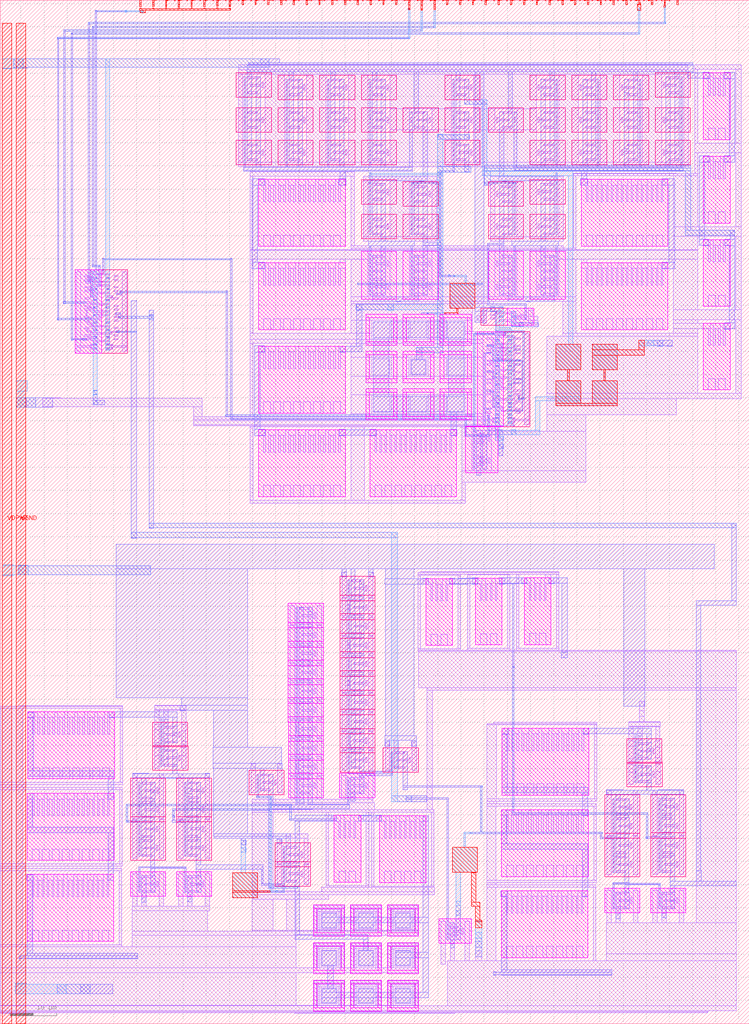
<source format=lef>
MACRO tt_um_jnw_wulffern
  CLASS BLOCK ;
  FOREIGN tt_um_jnw_wulffern ;
  ORIGIN -0.580 -5.000 ;
  SIZE 161.680 BY 220.760 ;
  PIN clk
    DIRECTION INPUT ;
    USE SIGNAL ;
    ANTENNAGATEAREA 0.288000 ;
    PORT
      LAYER met4 ;
        RECT 143.830 224.760 144.130 225.760 ;
    END
  END clk
  PIN ena
    DIRECTION INPUT ;
    USE SIGNAL ;
    PORT
      LAYER met4 ;
        RECT 146.590 224.760 146.890 225.760 ;
    END
  END ena
  PIN rst_n
    DIRECTION INPUT ;
    USE SIGNAL ;
    PORT
      LAYER met4 ;
        RECT 141.070 224.760 141.370 225.760 ;
    END
  END rst_n
  PIN ui_in[0]
    DIRECTION INPUT ;
    USE SIGNAL ;
    ANTENNAGATEAREA 0.288000 ;
    PORT
      LAYER met4 ;
        RECT 138.310 224.760 138.610 225.760 ;
    END
  END ui_in[0]
  PIN ui_in[1]
    DIRECTION INPUT ;
    USE SIGNAL ;
    PORT
      LAYER met4 ;
        RECT 135.550 224.760 135.850 225.760 ;
    END
  END ui_in[1]
  PIN ui_in[2]
    DIRECTION INPUT ;
    USE SIGNAL ;
    PORT
      LAYER met4 ;
        RECT 132.790 224.760 133.090 225.760 ;
    END
  END ui_in[2]
  PIN ui_in[3]
    DIRECTION INPUT ;
    USE SIGNAL ;
    PORT
      LAYER met4 ;
        RECT 130.030 224.760 130.330 225.760 ;
    END
  END ui_in[3]
  PIN ui_in[4]
    DIRECTION INPUT ;
    USE SIGNAL ;
    PORT
      LAYER met4 ;
        RECT 127.270 224.760 127.570 225.760 ;
    END
  END ui_in[4]
  PIN ui_in[5]
    DIRECTION INPUT ;
    USE SIGNAL ;
    PORT
      LAYER met4 ;
        RECT 124.510 224.760 124.810 225.760 ;
    END
  END ui_in[5]
  PIN ui_in[6]
    DIRECTION INPUT ;
    USE SIGNAL ;
    PORT
      LAYER met4 ;
        RECT 121.750 224.760 122.050 225.760 ;
    END
  END ui_in[6]
  PIN ui_in[7]
    DIRECTION INPUT ;
    USE SIGNAL ;
    PORT
      LAYER met4 ;
        RECT 118.990 224.760 119.290 225.760 ;
    END
  END ui_in[7]
  PIN uio_in[0]
    DIRECTION INPUT ;
    USE SIGNAL ;
    PORT
      LAYER met4 ;
        RECT 116.230 224.760 116.530 225.760 ;
    END
  END uio_in[0]
  PIN uio_in[1]
    DIRECTION INPUT ;
    USE SIGNAL ;
    PORT
      LAYER met4 ;
        RECT 113.470 224.760 113.770 225.760 ;
    END
  END uio_in[1]
  PIN uio_in[2]
    DIRECTION INPUT ;
    USE SIGNAL ;
    PORT
      LAYER met4 ;
        RECT 110.710 224.760 111.010 225.760 ;
    END
  END uio_in[2]
  PIN uio_in[3]
    DIRECTION INPUT ;
    USE SIGNAL ;
    PORT
      LAYER met4 ;
        RECT 107.950 224.760 108.250 225.760 ;
    END
  END uio_in[3]
  PIN uio_in[4]
    DIRECTION INPUT ;
    USE SIGNAL ;
    PORT
      LAYER met4 ;
        RECT 105.190 224.760 105.490 225.760 ;
    END
  END uio_in[4]
  PIN uio_in[5]
    DIRECTION INPUT ;
    USE SIGNAL ;
    PORT
      LAYER met4 ;
        RECT 102.430 224.760 102.730 225.760 ;
    END
  END uio_in[5]
  PIN uio_in[6]
    DIRECTION INPUT ;
    USE SIGNAL ;
    PORT
      LAYER met4 ;
        RECT 99.670 224.760 99.970 225.760 ;
    END
  END uio_in[6]
  PIN uio_in[7]
    DIRECTION INPUT ;
    USE SIGNAL ;
    PORT
      LAYER met4 ;
        RECT 96.910 224.760 97.210 225.760 ;
    END
  END uio_in[7]
  PIN uio_oe[0]
    DIRECTION OUTPUT ;
    USE SIGNAL ;
    PORT
      LAYER met4 ;
        RECT 49.990 224.760 50.290 225.760 ;
    END
  END uio_oe[0]
  PIN uio_oe[1]
    DIRECTION OUTPUT ;
    USE SIGNAL ;
    PORT
      LAYER met4 ;
        RECT 47.230 224.760 47.530 225.760 ;
    END
  END uio_oe[1]
  PIN uio_oe[2]
    DIRECTION OUTPUT ;
    USE SIGNAL ;
    PORT
      LAYER met4 ;
        RECT 44.470 224.760 44.770 225.760 ;
    END
  END uio_oe[2]
  PIN uio_oe[3]
    DIRECTION OUTPUT ;
    USE SIGNAL ;
    PORT
      LAYER met4 ;
        RECT 41.710 224.760 42.010 225.760 ;
    END
  END uio_oe[3]
  PIN uio_oe[4]
    DIRECTION OUTPUT ;
    USE SIGNAL ;
    PORT
      LAYER met4 ;
        RECT 38.950 224.760 39.250 225.760 ;
    END
  END uio_oe[4]
  PIN uio_oe[5]
    DIRECTION OUTPUT ;
    USE SIGNAL ;
    PORT
      LAYER met4 ;
        RECT 36.190 224.760 36.490 225.760 ;
    END
  END uio_oe[5]
  PIN uio_oe[6]
    DIRECTION OUTPUT ;
    USE SIGNAL ;
    PORT
      LAYER met4 ;
        RECT 33.430 224.760 33.730 225.760 ;
    END
  END uio_oe[6]
  PIN uio_oe[7]
    DIRECTION OUTPUT ;
    USE SIGNAL ;
    PORT
      LAYER met4 ;
        RECT 30.670 224.760 30.970 225.760 ;
    END
  END uio_oe[7]
  PIN uio_out[0]
    DIRECTION OUTPUT ;
    USE SIGNAL ;
    PORT
      LAYER met4 ;
        RECT 72.070 224.760 72.370 225.760 ;
    END
  END uio_out[0]
  PIN uio_out[1]
    DIRECTION OUTPUT ;
    USE SIGNAL ;
    PORT
      LAYER met4 ;
        RECT 69.310 224.760 69.610 225.760 ;
    END
  END uio_out[1]
  PIN uio_out[2]
    DIRECTION OUTPUT ;
    USE SIGNAL ;
    PORT
      LAYER met4 ;
        RECT 66.550 224.760 66.850 225.760 ;
    END
  END uio_out[2]
  PIN uio_out[3]
    DIRECTION OUTPUT ;
    USE SIGNAL ;
    PORT
      LAYER met4 ;
        RECT 63.790 224.760 64.090 225.760 ;
    END
  END uio_out[3]
  PIN uio_out[4]
    DIRECTION OUTPUT ;
    USE SIGNAL ;
    PORT
      LAYER met4 ;
        RECT 61.030 224.760 61.330 225.760 ;
    END
  END uio_out[4]
  PIN uio_out[5]
    DIRECTION OUTPUT ;
    USE SIGNAL ;
    PORT
      LAYER met4 ;
        RECT 58.270 224.760 58.570 225.760 ;
    END
  END uio_out[5]
  PIN uio_out[6]
    DIRECTION OUTPUT ;
    USE SIGNAL ;
    PORT
      LAYER met4 ;
        RECT 55.510 224.760 55.810 225.760 ;
    END
  END uio_out[6]
  PIN uio_out[7]
    DIRECTION OUTPUT ;
    USE SIGNAL ;
    PORT
      LAYER met4 ;
        RECT 52.750 224.760 53.050 225.760 ;
    END
  END uio_out[7]
  PIN uo_out[0]
    DIRECTION OUTPUT ;
    USE SIGNAL ;
    ANTENNADIFFAREA 0.936000 ;
    PORT
      LAYER met4 ;
        RECT 94.150 224.760 94.450 225.760 ;
    END
  END uo_out[0]
  PIN uo_out[1]
    DIRECTION OUTPUT ;
    USE SIGNAL ;
    ANTENNADIFFAREA 0.936000 ;
    PORT
      LAYER met4 ;
        RECT 91.390 224.760 91.690 225.760 ;
    END
  END uo_out[1]
  PIN uo_out[2]
    DIRECTION OUTPUT ;
    USE SIGNAL ;
    ANTENNADIFFAREA 1.044000 ;
    PORT
      LAYER met4 ;
        RECT 88.630 224.760 88.930 225.760 ;
    END
  END uo_out[2]
  PIN uo_out[3]
    DIRECTION OUTPUT ;
    USE SIGNAL ;
    PORT
      LAYER met4 ;
        RECT 85.870 224.760 86.170 225.760 ;
    END
  END uo_out[3]
  PIN uo_out[4]
    DIRECTION OUTPUT ;
    USE SIGNAL ;
    PORT
      LAYER met4 ;
        RECT 83.110 224.760 83.410 225.760 ;
    END
  END uo_out[4]
  PIN uo_out[5]
    DIRECTION OUTPUT ;
    USE SIGNAL ;
    PORT
      LAYER met4 ;
        RECT 80.350 224.760 80.650 225.760 ;
    END
  END uo_out[5]
  PIN uo_out[6]
    DIRECTION OUTPUT ;
    USE SIGNAL ;
    PORT
      LAYER met4 ;
        RECT 77.590 224.760 77.890 225.760 ;
    END
  END uo_out[6]
  PIN uo_out[7]
    DIRECTION OUTPUT ;
    USE SIGNAL ;
    PORT
      LAYER met4 ;
        RECT 74.830 224.760 75.130 225.760 ;
    END
  END uo_out[7]
  PIN VDPWR
    DIRECTION INOUT ;
    USE POWER ;
    PORT
      LAYER met4 ;
        RECT 1.000 5.000 3.000 220.760 ;
    END
  END VDPWR
  PIN VGND
    DIRECTION INOUT ;
    USE GROUND ;
    PORT
      LAYER met4 ;
        RECT 4.000 5.000 6.000 220.760 ;
    END
  END VGND
  OBS
      LAYER nwell ;
        RECT 51.500 204.790 59.100 210.070 ;
        RECT 60.500 204.290 68.100 209.570 ;
        RECT 69.500 204.290 77.100 209.570 ;
        RECT 78.500 204.290 86.100 209.570 ;
        RECT 96.500 204.290 104.100 209.570 ;
        RECT 114.900 204.290 122.500 209.570 ;
        RECT 123.900 204.290 131.500 209.570 ;
        RECT 132.900 204.290 140.500 209.570 ;
        RECT 141.900 204.790 149.500 210.070 ;
        RECT 51.500 197.290 59.100 202.570 ;
        RECT 60.500 197.290 68.100 202.570 ;
        RECT 69.500 197.290 77.100 202.570 ;
        RECT 78.500 197.290 86.100 202.570 ;
        RECT 87.500 197.290 95.100 202.570 ;
        RECT 96.500 197.290 104.100 202.570 ;
        RECT 105.900 197.290 113.500 202.570 ;
        RECT 114.900 197.290 122.500 202.570 ;
        RECT 123.900 197.290 131.500 202.570 ;
        RECT 132.900 197.290 140.500 202.570 ;
        RECT 141.900 197.290 149.500 202.570 ;
      LAYER pwell ;
        RECT 152.320 195.690 158.080 210.090 ;
      LAYER nwell ;
        RECT 51.500 190.290 59.100 195.570 ;
        RECT 60.500 190.290 68.100 195.570 ;
        RECT 69.500 190.290 77.100 195.570 ;
        RECT 78.500 190.290 86.100 195.570 ;
        RECT 96.500 190.290 104.100 195.570 ;
        RECT 114.900 190.290 122.500 195.570 ;
        RECT 123.900 190.290 131.500 195.570 ;
        RECT 132.900 190.290 140.500 195.570 ;
        RECT 141.900 190.290 149.500 195.570 ;
      LAYER pwell ;
        RECT 56.320 172.690 75.040 187.090 ;
      LAYER nwell ;
        RECT 78.500 181.790 86.100 187.070 ;
        RECT 87.500 181.290 95.100 186.570 ;
        RECT 105.900 181.290 113.500 186.570 ;
        RECT 114.900 181.790 122.500 187.070 ;
        RECT 78.500 174.290 86.100 179.570 ;
        RECT 87.500 174.290 95.100 179.570 ;
        RECT 105.900 174.290 113.500 179.570 ;
        RECT 114.900 174.290 122.500 179.570 ;
      LAYER pwell ;
        RECT 125.960 172.690 144.680 187.090 ;
        RECT 152.320 177.690 158.080 192.090 ;
        RECT 16.690 149.630 22.390 167.630 ;
      LAYER nwell ;
        RECT 22.390 149.630 28.090 167.630 ;
      LAYER pwell ;
        RECT 56.320 154.690 75.040 169.090 ;
        RECT 78.500 161.290 86.100 171.570 ;
        RECT 87.500 161.290 95.100 171.570 ;
        RECT 105.900 161.290 113.500 171.570 ;
        RECT 114.900 161.290 122.500 171.570 ;
        RECT 79.500 157.225 86.200 157.990 ;
        RECT 79.500 152.055 80.265 157.225 ;
        RECT 85.435 152.055 86.200 157.225 ;
        RECT 79.500 151.290 86.200 152.055 ;
        RECT 87.500 157.225 94.200 157.990 ;
        RECT 87.500 152.055 88.265 157.225 ;
        RECT 93.435 152.055 94.200 157.225 ;
        RECT 87.500 151.290 94.200 152.055 ;
        RECT 95.500 157.225 102.200 157.990 ;
        RECT 95.500 152.055 96.265 157.225 ;
        RECT 101.435 152.055 102.200 157.225 ;
      LAYER nwell ;
        RECT 104.300 155.690 110.000 159.290 ;
      LAYER pwell ;
        RECT 110.000 155.690 115.700 159.290 ;
        RECT 125.960 154.690 144.680 169.090 ;
        RECT 152.320 159.690 158.080 174.090 ;
        RECT 95.500 151.290 102.200 152.055 ;
        RECT 56.320 136.690 75.040 151.090 ;
        RECT 79.500 149.225 86.200 149.990 ;
        RECT 79.500 144.055 80.265 149.225 ;
        RECT 85.435 144.055 86.200 149.225 ;
        RECT 79.500 143.290 86.200 144.055 ;
        RECT 87.500 149.225 94.200 149.990 ;
        RECT 87.500 144.055 88.265 149.225 ;
        RECT 93.435 144.055 94.200 149.225 ;
        RECT 87.500 143.290 94.200 144.055 ;
        RECT 95.500 149.225 102.200 149.990 ;
        RECT 95.500 144.055 96.265 149.225 ;
        RECT 101.435 144.055 102.200 149.225 ;
        RECT 95.500 143.290 102.200 144.055 ;
        RECT 79.500 141.225 86.200 141.990 ;
        RECT 79.500 136.055 80.265 141.225 ;
        RECT 85.435 136.055 86.200 141.225 ;
        RECT 79.500 135.290 86.200 136.055 ;
        RECT 87.500 141.225 94.200 141.990 ;
        RECT 87.500 136.055 88.265 141.225 ;
        RECT 93.435 136.055 94.200 141.225 ;
        RECT 87.500 135.290 94.200 136.055 ;
        RECT 95.500 141.225 102.200 141.990 ;
        RECT 95.500 136.055 96.265 141.225 ;
        RECT 101.435 136.055 102.200 141.225 ;
        RECT 95.500 135.290 102.200 136.055 ;
        RECT 103.500 133.870 109.200 154.190 ;
        RECT 101.000 133.790 109.200 133.870 ;
      LAYER nwell ;
        RECT 109.200 133.790 114.900 154.190 ;
      LAYER pwell ;
        RECT 152.320 141.690 158.080 156.090 ;
        RECT 56.320 118.690 75.040 133.090 ;
        RECT 80.320 118.690 99.040 133.090 ;
        RECT 101.000 123.790 107.960 133.790 ;
      LAYER nwell ;
        RECT 73.850 97.380 81.450 101.540 ;
        RECT 73.830 96.260 81.450 97.380 ;
      LAYER pwell ;
        RECT 62.690 91.490 70.290 95.620 ;
      LAYER nwell ;
        RECT 73.830 93.390 81.430 96.260 ;
        RECT 73.830 92.100 81.470 93.390 ;
      LAYER pwell ;
        RECT 62.680 90.340 70.290 91.490 ;
        RECT 62.680 87.490 70.280 90.340 ;
      LAYER nwell ;
        RECT 73.870 89.230 81.470 92.100 ;
        RECT 73.830 88.110 81.470 89.230 ;
      LAYER pwell ;
        RECT 62.680 86.210 70.310 87.490 ;
        RECT 62.710 83.360 70.310 86.210 ;
      LAYER nwell ;
        RECT 73.830 85.230 81.430 88.110 ;
      LAYER pwell ;
        RECT 92.410 86.600 98.170 101.000 ;
        RECT 103.080 86.680 108.840 101.080 ;
        RECT 113.670 86.760 119.430 101.160 ;
      LAYER nwell ;
        RECT 73.830 83.950 81.450 85.230 ;
      LAYER pwell ;
        RECT 62.700 82.210 70.310 83.360 ;
        RECT 62.700 79.370 70.300 82.210 ;
      LAYER nwell ;
        RECT 73.850 81.070 81.450 83.950 ;
        RECT 73.830 79.950 81.450 81.070 ;
      LAYER pwell ;
        RECT 62.700 78.080 70.310 79.370 ;
        RECT 62.710 75.240 70.310 78.080 ;
      LAYER nwell ;
        RECT 73.830 76.940 81.430 79.950 ;
        RECT 73.830 75.790 81.450 76.940 ;
      LAYER pwell ;
        RECT 62.700 74.090 70.310 75.240 ;
        RECT 6.500 57.830 25.220 72.230 ;
        RECT 62.700 71.230 70.300 74.090 ;
      LAYER nwell ;
        RECT 73.850 72.780 81.450 75.790 ;
        RECT 73.850 71.660 81.460 72.780 ;
        RECT 33.440 64.960 41.040 69.980 ;
      LAYER pwell ;
        RECT 62.700 69.960 70.330 71.230 ;
        RECT 62.730 67.100 70.330 69.960 ;
      LAYER nwell ;
        RECT 73.860 68.650 81.460 71.660 ;
      LAYER pwell ;
        RECT 62.720 65.950 70.330 67.100 ;
      LAYER nwell ;
        RECT 73.840 67.500 81.460 68.650 ;
        RECT 33.440 64.700 41.060 64.960 ;
        RECT 33.460 59.680 41.060 64.700 ;
      LAYER pwell ;
        RECT 62.720 63.110 70.320 65.950 ;
      LAYER nwell ;
        RECT 73.840 64.490 81.440 67.500 ;
        RECT 73.840 63.370 81.460 64.490 ;
      LAYER pwell ;
        RECT 62.720 61.820 70.330 63.110 ;
        RECT 6.400 40.240 25.120 54.640 ;
      LAYER nwell ;
        RECT 28.690 49.610 36.290 57.910 ;
        RECT 38.600 49.650 46.200 57.950 ;
        RECT 54.220 54.390 61.820 59.670 ;
      LAYER pwell ;
        RECT 62.730 58.980 70.330 61.820 ;
      LAYER nwell ;
        RECT 73.860 59.210 81.460 63.370 ;
        RECT 83.210 59.210 90.810 64.490 ;
      LAYER pwell ;
        RECT 62.720 57.830 70.330 58.980 ;
        RECT 62.720 53.700 70.320 57.830 ;
        RECT 73.790 53.690 81.390 58.970 ;
        RECT 108.850 54.290 127.570 68.690 ;
      LAYER nwell ;
        RECT 135.790 61.420 143.390 66.440 ;
        RECT 135.790 61.160 143.410 61.420 ;
        RECT 135.810 56.140 143.410 61.160 ;
        RECT 28.680 48.520 36.290 49.610 ;
        RECT 38.590 48.560 46.200 49.650 ;
        RECT 28.680 40.220 36.280 48.520 ;
        RECT 38.590 40.260 46.190 48.560 ;
        RECT 59.870 39.940 67.470 44.060 ;
        RECT 59.870 38.780 67.480 39.940 ;
      LAYER pwell ;
        RECT 6.340 22.770 25.060 37.170 ;
        RECT 28.690 32.460 36.290 37.740 ;
        RECT 38.610 32.450 46.210 37.730 ;
      LAYER nwell ;
        RECT 59.880 34.660 67.480 38.780 ;
      LAYER pwell ;
        RECT 72.600 35.490 78.360 49.890 ;
        RECT 82.370 35.410 92.450 49.810 ;
        RECT 108.750 36.700 127.470 51.100 ;
      LAYER nwell ;
        RECT 131.040 46.070 138.640 54.370 ;
        RECT 140.950 46.110 148.550 54.410 ;
        RECT 131.030 44.980 138.640 46.070 ;
        RECT 140.940 45.020 148.550 46.110 ;
        RECT 131.030 36.680 138.630 44.980 ;
        RECT 140.940 36.720 148.540 45.020 ;
      LAYER pwell ;
        RECT 68.170 29.815 74.870 30.580 ;
        RECT 68.170 24.645 68.935 29.815 ;
        RECT 74.105 24.645 74.870 29.815 ;
        RECT 68.170 23.880 74.870 24.645 ;
        RECT 76.140 29.815 82.840 30.580 ;
        RECT 76.140 24.645 76.905 29.815 ;
        RECT 82.075 24.645 82.840 29.815 ;
        RECT 76.140 23.880 82.840 24.645 ;
        RECT 84.110 29.815 90.810 30.580 ;
        RECT 84.110 24.645 84.875 29.815 ;
        RECT 90.045 24.645 90.810 29.815 ;
        RECT 84.110 23.880 90.810 24.645 ;
        RECT 68.170 21.715 74.870 22.480 ;
        RECT 68.170 16.545 68.935 21.715 ;
        RECT 74.105 16.545 74.870 21.715 ;
        RECT 68.170 15.780 74.870 16.545 ;
        RECT 76.140 21.715 82.840 22.480 ;
        RECT 76.140 16.545 76.905 21.715 ;
        RECT 82.075 16.545 82.840 21.715 ;
        RECT 76.140 15.780 82.840 16.545 ;
        RECT 84.110 21.715 90.810 22.480 ;
        RECT 95.270 22.280 102.230 27.560 ;
        RECT 84.110 16.545 84.875 21.715 ;
        RECT 90.045 16.545 90.810 21.715 ;
        RECT 108.690 19.230 127.410 33.630 ;
        RECT 131.040 28.920 138.640 34.200 ;
        RECT 140.960 28.910 148.560 34.190 ;
        RECT 84.110 15.780 90.810 16.545 ;
        RECT 68.170 13.615 74.870 14.380 ;
        RECT 68.170 8.445 68.935 13.615 ;
        RECT 74.105 8.445 74.870 13.615 ;
        RECT 68.170 7.680 74.870 8.445 ;
        RECT 76.140 13.615 82.840 14.380 ;
        RECT 76.140 8.445 76.905 13.615 ;
        RECT 82.075 8.445 82.840 13.615 ;
        RECT 76.140 7.680 82.840 8.445 ;
        RECT 84.110 13.615 90.810 14.380 ;
        RECT 84.110 8.445 84.875 13.615 ;
        RECT 90.045 8.445 90.810 13.615 ;
        RECT 84.110 7.680 90.810 8.445 ;
      LAYER li1 ;
        RECT 52.000 210.770 149.000 211.790 ;
        RECT 150.500 210.850 160.500 211.790 ;
        RECT 51.940 209.810 149.060 210.770 ;
        RECT 51.940 190.770 52.900 209.810 ;
        RECT 53.860 208.830 56.100 209.230 ;
        RECT 53.220 206.830 53.540 208.030 ;
        RECT 54.500 207.230 56.740 207.630 ;
        RECT 57.060 206.830 57.380 208.030 ;
        RECT 53.860 205.630 56.100 206.030 ;
        RECT 53.860 201.330 56.100 201.730 ;
        RECT 53.220 199.330 53.540 200.530 ;
        RECT 54.500 199.730 56.740 200.130 ;
        RECT 57.060 199.330 57.380 200.530 ;
        RECT 53.860 198.130 56.100 198.530 ;
        RECT 53.860 194.330 56.100 194.730 ;
        RECT 53.220 192.330 53.540 193.530 ;
        RECT 54.500 192.730 56.740 193.130 ;
        RECT 57.060 192.330 57.380 193.530 ;
        RECT 53.860 191.130 56.100 191.530 ;
        RECT 57.700 190.770 61.900 209.810 ;
        RECT 62.860 208.330 65.100 208.730 ;
        RECT 62.220 206.330 62.540 207.530 ;
        RECT 63.500 206.730 65.740 207.130 ;
        RECT 66.060 206.330 66.380 207.530 ;
        RECT 62.860 205.130 65.100 205.530 ;
        RECT 62.860 201.330 65.100 201.730 ;
        RECT 62.220 199.330 62.540 200.530 ;
        RECT 63.500 199.730 65.740 200.130 ;
        RECT 66.060 199.330 66.380 200.530 ;
        RECT 62.860 198.130 65.100 198.530 ;
        RECT 62.860 194.330 65.100 194.730 ;
        RECT 62.220 192.330 62.540 193.530 ;
        RECT 63.500 192.730 65.740 193.130 ;
        RECT 66.060 192.330 66.380 193.530 ;
        RECT 62.860 191.130 65.100 191.530 ;
        RECT 66.700 190.770 70.900 209.810 ;
        RECT 71.860 208.330 74.100 208.730 ;
        RECT 71.220 206.330 71.540 207.530 ;
        RECT 72.500 206.730 74.740 207.130 ;
        RECT 75.060 206.330 75.380 207.530 ;
        RECT 71.860 205.130 74.100 205.530 ;
        RECT 71.860 201.330 74.100 201.730 ;
        RECT 71.220 199.330 71.540 200.530 ;
        RECT 72.500 199.730 74.740 200.130 ;
        RECT 75.060 199.330 75.380 200.530 ;
        RECT 71.860 198.130 74.100 198.530 ;
        RECT 71.860 194.330 74.100 194.730 ;
        RECT 71.220 192.330 71.540 193.530 ;
        RECT 72.500 192.730 74.740 193.130 ;
        RECT 75.060 192.330 75.380 193.530 ;
        RECT 71.860 191.130 74.100 191.530 ;
        RECT 75.700 190.770 79.900 209.810 ;
        RECT 80.860 208.330 83.100 208.730 ;
        RECT 80.220 206.330 80.540 207.530 ;
        RECT 81.500 206.730 83.740 207.130 ;
        RECT 84.060 206.330 84.380 207.530 ;
        RECT 80.860 205.130 83.100 205.530 ;
        RECT 84.700 202.310 97.900 209.810 ;
        RECT 98.860 208.330 101.100 208.730 ;
        RECT 98.220 206.330 98.540 207.530 ;
        RECT 99.500 206.730 101.740 207.130 ;
        RECT 102.060 206.330 102.380 207.530 ;
        RECT 98.860 205.130 101.100 205.530 ;
        RECT 80.860 201.330 83.100 201.730 ;
        RECT 80.220 199.330 80.540 200.530 ;
        RECT 81.500 199.730 83.740 200.130 ;
        RECT 84.060 199.330 84.380 200.530 ;
        RECT 80.860 198.130 83.100 198.530 ;
        RECT 84.700 197.770 88.900 202.310 ;
        RECT 89.860 201.330 92.100 201.730 ;
        RECT 89.220 199.330 89.540 200.530 ;
        RECT 90.500 199.730 92.740 200.130 ;
        RECT 93.060 199.330 93.380 200.530 ;
        RECT 89.860 198.130 92.100 198.530 ;
        RECT 93.700 197.770 97.900 202.310 ;
        RECT 102.700 202.310 116.300 209.810 ;
        RECT 117.900 208.330 120.140 208.730 ;
        RECT 116.620 206.330 116.940 207.530 ;
        RECT 117.260 206.730 119.500 207.130 ;
        RECT 120.460 206.330 120.780 207.530 ;
        RECT 117.900 205.130 120.140 205.530 ;
        RECT 98.860 201.330 101.100 201.730 ;
        RECT 98.220 199.330 98.540 200.530 ;
        RECT 99.500 199.730 101.740 200.130 ;
        RECT 102.060 199.330 102.380 200.530 ;
        RECT 98.860 198.130 101.100 198.530 ;
        RECT 80.860 194.330 83.100 194.730 ;
        RECT 80.220 192.330 80.540 193.530 ;
        RECT 81.500 192.730 83.740 193.130 ;
        RECT 84.060 192.330 84.380 193.530 ;
        RECT 80.860 191.130 83.100 191.530 ;
        RECT 84.700 190.770 97.900 197.770 ;
        RECT 102.700 197.770 107.300 202.310 ;
        RECT 108.900 201.330 111.140 201.730 ;
        RECT 107.620 199.330 107.940 200.530 ;
        RECT 108.260 199.730 110.500 200.130 ;
        RECT 111.460 199.330 111.780 200.530 ;
        RECT 108.900 198.130 111.140 198.530 ;
        RECT 112.100 197.770 116.300 202.310 ;
        RECT 117.900 201.330 120.140 201.730 ;
        RECT 116.620 199.330 116.940 200.530 ;
        RECT 117.260 199.730 119.500 200.130 ;
        RECT 120.460 199.330 120.780 200.530 ;
        RECT 117.900 198.130 120.140 198.530 ;
        RECT 98.860 194.330 101.100 194.730 ;
        RECT 98.220 192.330 98.540 193.530 ;
        RECT 99.500 192.730 101.740 193.130 ;
        RECT 102.060 192.330 102.380 193.530 ;
        RECT 98.860 191.130 101.100 191.530 ;
        RECT 102.700 190.770 116.300 197.770 ;
        RECT 117.900 194.330 120.140 194.730 ;
        RECT 116.620 192.330 116.940 193.530 ;
        RECT 117.260 192.730 119.500 193.130 ;
        RECT 120.460 192.330 120.780 193.530 ;
        RECT 117.900 191.130 120.140 191.530 ;
        RECT 121.100 190.770 125.300 209.810 ;
        RECT 126.900 208.330 129.140 208.730 ;
        RECT 125.620 206.330 125.940 207.530 ;
        RECT 126.260 206.730 128.500 207.130 ;
        RECT 129.460 206.330 129.780 207.530 ;
        RECT 126.900 205.130 129.140 205.530 ;
        RECT 126.900 201.330 129.140 201.730 ;
        RECT 125.620 199.330 125.940 200.530 ;
        RECT 126.260 199.730 128.500 200.130 ;
        RECT 129.460 199.330 129.780 200.530 ;
        RECT 126.900 198.130 129.140 198.530 ;
        RECT 126.900 194.330 129.140 194.730 ;
        RECT 125.620 192.330 125.940 193.530 ;
        RECT 126.260 192.730 128.500 193.130 ;
        RECT 129.460 192.330 129.780 193.530 ;
        RECT 126.900 191.130 129.140 191.530 ;
        RECT 130.100 190.770 134.300 209.810 ;
        RECT 135.900 208.330 138.140 208.730 ;
        RECT 134.620 206.330 134.940 207.530 ;
        RECT 135.260 206.730 137.500 207.130 ;
        RECT 138.460 206.330 138.780 207.530 ;
        RECT 135.900 205.130 138.140 205.530 ;
        RECT 135.900 201.330 138.140 201.730 ;
        RECT 134.620 199.330 134.940 200.530 ;
        RECT 135.260 199.730 137.500 200.130 ;
        RECT 138.460 199.330 138.780 200.530 ;
        RECT 135.900 198.130 138.140 198.530 ;
        RECT 135.900 194.330 138.140 194.730 ;
        RECT 134.620 192.330 134.940 193.530 ;
        RECT 135.260 192.730 137.500 193.130 ;
        RECT 138.460 192.330 138.780 193.530 ;
        RECT 135.900 191.130 138.140 191.530 ;
        RECT 139.100 190.770 143.300 209.810 ;
        RECT 144.900 208.830 147.140 209.230 ;
        RECT 143.620 206.830 143.940 208.030 ;
        RECT 144.260 207.230 146.500 207.630 ;
        RECT 147.460 206.830 147.780 208.030 ;
        RECT 144.900 205.630 147.140 206.030 ;
        RECT 144.900 201.330 147.140 201.730 ;
        RECT 143.620 199.330 143.940 200.530 ;
        RECT 144.260 199.730 146.500 200.130 ;
        RECT 147.460 199.330 147.780 200.530 ;
        RECT 144.900 198.130 147.140 198.530 ;
        RECT 144.900 194.330 147.140 194.730 ;
        RECT 143.620 192.330 143.940 193.530 ;
        RECT 144.260 192.730 146.500 193.130 ;
        RECT 147.460 192.330 147.780 193.530 ;
        RECT 144.900 191.130 147.140 191.530 ;
        RECT 148.100 190.770 149.060 209.810 ;
        RECT 51.940 189.810 149.060 190.770 ;
        RECT 150.500 194.930 151.140 210.850 ;
        RECT 152.320 208.890 153.760 210.090 ;
        RECT 153.400 205.290 153.760 208.890 ;
        RECT 154.480 208.890 155.920 210.090 ;
        RECT 154.480 205.290 154.840 208.890 ;
        RECT 155.560 205.290 155.920 208.890 ;
        RECT 156.640 208.890 158.080 210.090 ;
        RECT 156.640 205.290 157.000 208.890 ;
        RECT 153.400 195.690 154.840 198.090 ;
        RECT 155.560 195.690 157.000 198.090 ;
        RECT 159.260 194.930 160.500 210.850 ;
        RECT 150.500 192.850 160.500 194.930 ;
        RECT 85.000 189.790 97.500 189.810 ;
        RECT 103.000 189.790 115.500 189.810 ;
        RECT 54.500 187.790 77.000 188.790 ;
        RECT 54.500 171.930 55.140 187.790 ;
        RECT 56.320 185.890 57.760 187.090 ;
        RECT 57.400 182.290 57.760 185.890 ;
        RECT 58.480 185.890 59.920 187.090 ;
        RECT 58.480 182.290 58.840 185.890 ;
        RECT 59.560 182.290 59.920 185.890 ;
        RECT 60.640 185.890 62.080 187.090 ;
        RECT 60.640 182.290 61.000 185.890 ;
        RECT 61.720 182.290 62.080 185.890 ;
        RECT 62.800 185.890 64.240 187.090 ;
        RECT 62.800 182.290 63.160 185.890 ;
        RECT 63.880 182.290 64.240 185.890 ;
        RECT 64.960 185.890 66.400 187.090 ;
        RECT 64.960 182.290 65.320 185.890 ;
        RECT 66.040 182.290 66.400 185.890 ;
        RECT 67.120 185.890 68.560 187.090 ;
        RECT 67.120 182.290 67.480 185.890 ;
        RECT 68.200 182.290 68.560 185.890 ;
        RECT 69.280 185.890 70.720 187.090 ;
        RECT 69.280 182.290 69.640 185.890 ;
        RECT 70.360 182.290 70.720 185.890 ;
        RECT 71.440 185.890 72.880 187.090 ;
        RECT 71.440 182.290 71.800 185.890 ;
        RECT 72.520 182.290 72.880 185.890 ;
        RECT 73.600 185.890 75.040 187.090 ;
        RECT 73.600 182.290 73.960 185.890 ;
        RECT 57.400 172.690 58.840 175.090 ;
        RECT 59.560 172.690 61.000 175.090 ;
        RECT 61.720 172.690 63.160 175.090 ;
        RECT 63.880 172.690 65.320 175.090 ;
        RECT 66.040 172.690 67.480 175.090 ;
        RECT 68.200 172.690 69.640 175.090 ;
        RECT 70.360 172.690 71.800 175.090 ;
        RECT 72.520 172.690 73.960 175.090 ;
        RECT 76.220 172.770 77.000 187.790 ;
        RECT 124.220 188.290 146.420 188.410 ;
        RECT 150.500 188.290 151.140 192.850 ;
        RECT 152.320 190.890 153.760 192.090 ;
        RECT 124.220 187.850 151.140 188.290 ;
        RECT 78.940 186.810 94.660 187.770 ;
        RECT 78.940 174.770 79.900 186.810 ;
        RECT 80.860 185.830 83.100 186.230 ;
        RECT 80.220 183.830 80.540 185.030 ;
        RECT 81.500 184.230 83.740 184.630 ;
        RECT 84.060 183.830 84.380 185.030 ;
        RECT 80.860 182.630 83.100 183.030 ;
        RECT 80.860 178.330 83.100 178.730 ;
        RECT 80.220 176.330 80.540 177.530 ;
        RECT 81.500 176.730 83.740 177.130 ;
        RECT 84.060 176.330 84.380 177.530 ;
        RECT 80.860 175.130 83.100 175.530 ;
        RECT 84.700 174.770 88.900 186.810 ;
        RECT 89.860 185.330 92.100 185.730 ;
        RECT 89.220 183.330 89.540 184.530 ;
        RECT 90.500 183.730 92.740 184.130 ;
        RECT 93.060 183.330 93.380 184.530 ;
        RECT 89.860 182.130 92.100 182.530 ;
        RECT 89.860 178.330 92.100 178.730 ;
        RECT 89.220 176.330 89.540 177.530 ;
        RECT 90.500 176.730 92.740 177.130 ;
        RECT 93.060 176.330 93.380 177.530 ;
        RECT 89.860 175.130 92.100 175.530 ;
        RECT 93.700 174.770 94.660 186.810 ;
        RECT 78.940 173.810 94.660 174.770 ;
        RECT 106.340 186.810 122.060 187.770 ;
        RECT 106.340 174.770 107.300 186.810 ;
        RECT 108.900 185.330 111.140 185.730 ;
        RECT 107.620 183.330 107.940 184.530 ;
        RECT 108.260 183.730 110.500 184.130 ;
        RECT 111.460 183.330 111.780 184.530 ;
        RECT 108.900 182.130 111.140 182.530 ;
        RECT 108.900 178.330 111.140 178.730 ;
        RECT 107.620 176.330 107.940 177.530 ;
        RECT 108.260 176.730 110.500 177.130 ;
        RECT 111.460 176.330 111.780 177.530 ;
        RECT 108.900 175.130 111.140 175.530 ;
        RECT 112.100 174.770 116.300 186.810 ;
        RECT 117.900 185.830 120.140 186.230 ;
        RECT 116.620 183.830 116.940 185.030 ;
        RECT 117.260 184.230 119.500 184.630 ;
        RECT 120.460 183.830 120.780 185.030 ;
        RECT 117.900 182.630 120.140 183.030 ;
        RECT 117.900 178.330 120.140 178.730 ;
        RECT 116.620 176.330 116.940 177.530 ;
        RECT 117.260 176.730 119.500 177.130 ;
        RECT 120.460 176.330 120.780 177.530 ;
        RECT 117.900 175.130 120.140 175.530 ;
        RECT 121.100 174.770 122.060 186.810 ;
        RECT 106.340 173.810 122.060 174.770 ;
        RECT 76.220 172.290 122.060 172.770 ;
        RECT 124.220 172.290 124.780 187.850 ;
        RECT 125.960 185.890 127.400 187.090 ;
        RECT 127.040 182.290 127.400 185.890 ;
        RECT 128.120 185.890 129.560 187.090 ;
        RECT 128.120 182.290 128.480 185.890 ;
        RECT 129.200 182.290 129.560 185.890 ;
        RECT 130.280 185.890 131.720 187.090 ;
        RECT 130.280 182.290 130.640 185.890 ;
        RECT 131.360 182.290 131.720 185.890 ;
        RECT 132.440 185.890 133.880 187.090 ;
        RECT 132.440 182.290 132.800 185.890 ;
        RECT 133.520 182.290 133.880 185.890 ;
        RECT 134.600 185.890 136.040 187.090 ;
        RECT 134.600 182.290 134.960 185.890 ;
        RECT 135.680 182.290 136.040 185.890 ;
        RECT 136.760 185.890 138.200 187.090 ;
        RECT 136.760 182.290 137.120 185.890 ;
        RECT 137.840 182.290 138.200 185.890 ;
        RECT 138.920 185.890 140.360 187.090 ;
        RECT 138.920 182.290 139.280 185.890 ;
        RECT 140.000 182.290 140.360 185.890 ;
        RECT 141.080 185.890 142.520 187.090 ;
        RECT 141.080 182.290 141.440 185.890 ;
        RECT 142.160 182.290 142.520 185.890 ;
        RECT 143.240 185.890 144.680 187.090 ;
        RECT 143.240 182.290 143.600 185.890 ;
        RECT 145.860 176.930 151.140 187.850 ;
        RECT 153.400 187.290 153.760 190.890 ;
        RECT 154.480 190.890 155.920 192.090 ;
        RECT 154.480 187.290 154.840 190.890 ;
        RECT 155.560 187.290 155.920 190.890 ;
        RECT 156.640 190.890 158.080 192.090 ;
        RECT 156.640 187.290 157.000 190.890 ;
        RECT 153.400 177.690 154.840 180.090 ;
        RECT 155.560 177.690 157.000 180.090 ;
        RECT 159.260 176.930 160.500 192.850 ;
        RECT 127.040 172.690 128.480 175.090 ;
        RECT 129.200 172.690 130.640 175.090 ;
        RECT 131.360 172.690 132.800 175.090 ;
        RECT 133.520 172.690 134.960 175.090 ;
        RECT 135.680 172.690 137.120 175.090 ;
        RECT 137.840 172.690 139.280 175.090 ;
        RECT 140.000 172.690 141.440 175.090 ;
        RECT 142.160 172.690 143.600 175.090 ;
        RECT 145.860 174.850 160.500 176.930 ;
        RECT 76.220 171.930 124.780 172.290 ;
        RECT 145.860 171.930 151.140 174.850 ;
        RECT 152.320 172.890 153.760 174.090 ;
        RECT 54.500 171.810 151.140 171.930 ;
        RECT 54.500 169.850 79.900 171.810 ;
        RECT 80.860 170.330 83.100 170.730 ;
        RECT 16.990 151.180 17.890 167.230 ;
        RECT 22.690 166.780 22.990 167.680 ;
        RECT 20.590 166.480 24.190 166.780 ;
        RECT 18.790 166.080 19.690 166.380 ;
        RECT 25.090 166.080 25.990 166.380 ;
        RECT 19.390 165.780 20.290 166.080 ;
        RECT 18.790 165.280 19.690 165.580 ;
        RECT 19.990 165.480 20.290 165.780 ;
        RECT 20.590 165.980 21.430 166.000 ;
        RECT 23.290 165.980 24.130 166.000 ;
        RECT 20.590 165.680 21.490 165.980 ;
        RECT 23.290 165.680 24.190 165.980 ;
        RECT 19.000 164.980 19.300 165.280 ;
        RECT 19.990 165.180 20.890 165.480 ;
        RECT 25.090 165.280 25.990 165.580 ;
        RECT 19.000 164.680 19.870 164.980 ;
        RECT 20.590 164.880 24.190 165.180 ;
        RECT 21.820 164.380 22.430 164.400 ;
        RECT 20.590 164.080 24.190 164.380 ;
        RECT 18.790 163.680 19.690 163.980 ;
        RECT 25.090 163.680 25.990 163.980 ;
        RECT 19.390 163.380 20.290 163.680 ;
        RECT 18.790 162.880 19.690 163.180 ;
        RECT 19.990 163.080 20.290 163.380 ;
        RECT 20.590 163.580 21.430 163.600 ;
        RECT 23.290 163.580 24.130 163.600 ;
        RECT 20.590 163.280 21.490 163.580 ;
        RECT 23.290 163.280 24.190 163.580 ;
        RECT 19.990 162.780 20.890 163.080 ;
        RECT 25.090 162.880 25.990 163.180 ;
        RECT 20.590 162.480 24.190 162.780 ;
        RECT 25.550 162.260 25.870 162.880 ;
        RECT 20.060 161.680 21.490 161.980 ;
        RECT 23.290 161.680 24.790 161.980 ;
        RECT 24.490 161.580 24.790 161.680 ;
        RECT 18.790 161.280 19.690 161.580 ;
        RECT 24.490 161.280 25.990 161.580 ;
        RECT 20.590 161.180 21.430 161.200 ;
        RECT 23.290 161.180 24.130 161.200 ;
        RECT 20.590 160.880 21.490 161.180 ;
        RECT 23.290 160.880 24.190 161.180 ;
        RECT 18.820 160.400 20.240 160.700 ;
        RECT 19.940 160.380 20.240 160.400 ;
        RECT 19.940 160.080 24.190 160.380 ;
        RECT 18.790 159.680 19.690 159.980 ;
        RECT 25.090 159.680 25.990 159.980 ;
        RECT 19.390 159.380 20.290 159.680 ;
        RECT 18.790 158.880 19.690 159.180 ;
        RECT 19.990 159.080 20.290 159.380 ;
        RECT 20.590 159.580 21.430 159.600 ;
        RECT 23.290 159.580 24.130 159.600 ;
        RECT 20.590 159.280 21.490 159.580 ;
        RECT 23.290 159.280 24.190 159.580 ;
        RECT 19.040 157.580 19.340 158.880 ;
        RECT 19.990 158.780 20.890 159.080 ;
        RECT 25.090 158.880 25.990 159.180 ;
        RECT 20.590 158.480 24.190 158.780 ;
        RECT 20.590 157.980 21.430 158.000 ;
        RECT 20.590 157.680 21.490 157.980 ;
        RECT 21.790 157.680 24.190 157.980 ;
        RECT 18.790 157.280 19.690 157.580 ;
        RECT 21.790 157.180 22.090 157.680 ;
        RECT 25.325 157.580 25.660 158.305 ;
        RECT 25.090 157.280 25.990 157.580 ;
        RECT 19.970 156.880 22.090 157.180 ;
        RECT 23.290 156.880 24.190 157.180 ;
        RECT 19.360 156.780 19.660 156.800 ;
        RECT 18.790 156.480 19.690 156.780 ;
        RECT 25.090 156.480 25.990 156.780 ;
        RECT 19.360 156.160 19.660 156.480 ;
        RECT 20.590 156.380 21.430 156.400 ;
        RECT 23.290 156.380 24.130 156.400 ;
        RECT 19.360 155.860 20.420 156.160 ;
        RECT 20.590 156.080 21.490 156.380 ;
        RECT 23.290 156.080 24.190 156.380 ;
        RECT 20.120 155.580 20.420 155.860 ;
        RECT 20.120 155.280 24.190 155.580 ;
        RECT 18.790 154.880 19.690 155.180 ;
        RECT 25.090 154.880 25.990 155.180 ;
        RECT 19.150 154.500 19.450 154.880 ;
        RECT 20.590 154.780 21.430 154.800 ;
        RECT 23.290 154.780 24.130 154.800 ;
        RECT 19.150 154.200 20.310 154.500 ;
        RECT 20.590 154.480 21.490 154.780 ;
        RECT 23.290 154.480 24.190 154.780 ;
        RECT 20.010 153.980 20.310 154.200 ;
        RECT 24.400 154.090 25.870 154.390 ;
        RECT 24.400 153.980 24.700 154.090 ;
        RECT 20.010 153.680 24.700 153.980 ;
        RECT 18.790 153.280 19.690 153.580 ;
        RECT 25.090 153.280 25.990 153.580 ;
        RECT 19.390 152.980 20.290 153.280 ;
        RECT 18.790 152.480 19.690 152.780 ;
        RECT 19.990 152.680 20.290 152.980 ;
        RECT 20.590 153.180 21.430 153.200 ;
        RECT 23.290 153.180 24.130 153.200 ;
        RECT 20.590 152.880 21.490 153.180 ;
        RECT 23.290 152.880 24.190 153.180 ;
        RECT 19.990 152.380 20.890 152.680 ;
        RECT 25.090 152.480 25.990 152.780 ;
        RECT 20.590 152.080 24.190 152.380 ;
        RECT 20.590 151.580 21.430 151.600 ;
        RECT 23.290 151.580 24.130 151.600 ;
        RECT 19.990 151.280 21.490 151.580 ;
        RECT 23.290 151.280 24.790 151.580 ;
        RECT 19.990 151.180 20.290 151.280 ;
        RECT 16.990 150.880 20.290 151.180 ;
        RECT 16.990 150.030 17.890 150.880 ;
        RECT 19.990 150.780 20.290 150.880 ;
        RECT 24.490 151.180 24.790 151.280 ;
        RECT 26.890 151.180 27.790 167.230 ;
        RECT 24.490 150.880 27.790 151.180 ;
        RECT 20.590 150.780 21.430 150.800 ;
        RECT 23.290 150.780 24.130 150.800 ;
        RECT 24.490 150.780 24.790 150.880 ;
        RECT 19.990 150.480 21.490 150.780 ;
        RECT 23.290 150.480 24.790 150.780 ;
        RECT 26.890 150.030 27.790 150.880 ;
        RECT 54.500 153.930 55.140 169.850 ;
        RECT 73.840 169.090 75.040 169.850 ;
        RECT 56.320 167.890 57.760 169.090 ;
        RECT 57.400 164.290 57.760 167.890 ;
        RECT 58.480 167.890 59.920 169.090 ;
        RECT 58.480 164.290 58.840 167.890 ;
        RECT 59.560 164.290 59.920 167.890 ;
        RECT 60.640 167.890 62.080 169.090 ;
        RECT 60.640 164.290 61.000 167.890 ;
        RECT 61.720 164.290 62.080 167.890 ;
        RECT 62.800 167.890 64.240 169.090 ;
        RECT 62.800 164.290 63.160 167.890 ;
        RECT 63.880 164.290 64.240 167.890 ;
        RECT 64.960 167.890 66.400 169.090 ;
        RECT 64.960 164.290 65.320 167.890 ;
        RECT 66.040 164.290 66.400 167.890 ;
        RECT 67.120 167.890 68.560 169.090 ;
        RECT 67.120 164.290 67.480 167.890 ;
        RECT 68.200 164.290 68.560 167.890 ;
        RECT 69.280 167.890 70.720 169.090 ;
        RECT 69.280 164.290 69.640 167.890 ;
        RECT 70.360 164.290 70.720 167.890 ;
        RECT 71.440 167.890 72.880 169.090 ;
        RECT 71.440 164.290 71.800 167.890 ;
        RECT 72.520 164.290 72.880 167.890 ;
        RECT 73.600 167.890 75.040 169.090 ;
        RECT 73.600 164.290 73.960 167.890 ;
        RECT 76.220 161.790 79.900 169.850 ;
        RECT 80.220 168.330 80.540 169.530 ;
        RECT 81.500 168.730 83.740 169.130 ;
        RECT 84.060 168.330 84.380 169.530 ;
        RECT 80.860 167.130 83.100 167.530 ;
        RECT 80.860 165.330 83.100 165.730 ;
        RECT 80.220 163.330 80.540 164.530 ;
        RECT 81.500 163.730 83.740 164.130 ;
        RECT 84.060 163.330 84.380 164.530 ;
        RECT 80.860 162.130 83.100 162.530 ;
        RECT 84.700 161.790 88.900 171.810 ;
        RECT 89.860 170.330 92.100 170.730 ;
        RECT 89.220 168.330 89.540 169.530 ;
        RECT 90.500 168.730 92.740 169.130 ;
        RECT 93.060 168.330 93.380 169.530 ;
        RECT 89.860 167.130 92.100 167.530 ;
        RECT 89.860 165.330 92.100 165.730 ;
        RECT 89.220 163.330 89.540 164.530 ;
        RECT 90.500 163.730 92.740 164.130 ;
        RECT 93.060 163.330 93.380 164.530 ;
        RECT 89.860 162.130 92.100 162.530 ;
        RECT 93.700 161.790 107.300 171.810 ;
        RECT 108.900 170.330 111.140 170.730 ;
        RECT 107.620 168.330 107.940 169.530 ;
        RECT 108.260 168.730 110.500 169.130 ;
        RECT 111.460 168.330 111.780 169.530 ;
        RECT 108.900 167.130 111.140 167.530 ;
        RECT 108.900 165.330 111.140 165.730 ;
        RECT 107.620 163.330 107.940 164.530 ;
        RECT 108.260 163.730 110.500 164.130 ;
        RECT 111.460 163.330 111.780 164.530 ;
        RECT 108.900 162.130 111.140 162.530 ;
        RECT 76.220 161.770 107.300 161.790 ;
        RECT 112.100 161.770 116.300 171.810 ;
        RECT 117.900 170.330 120.140 170.730 ;
        RECT 121.100 169.850 151.140 171.810 ;
        RECT 116.620 168.330 116.940 169.530 ;
        RECT 117.260 168.730 119.500 169.130 ;
        RECT 120.460 168.330 120.780 169.530 ;
        RECT 117.900 167.130 120.140 167.530 ;
        RECT 117.900 165.330 120.140 165.730 ;
        RECT 116.620 163.330 116.940 164.530 ;
        RECT 117.260 163.730 119.500 164.130 ;
        RECT 120.460 163.330 120.780 164.530 ;
        RECT 117.900 162.130 120.140 162.530 ;
        RECT 121.100 161.770 124.780 169.850 ;
        RECT 125.960 169.090 127.160 169.850 ;
        RECT 125.960 167.890 127.400 169.090 ;
        RECT 127.040 164.290 127.400 167.890 ;
        RECT 128.120 167.890 129.560 169.090 ;
        RECT 128.120 164.290 128.480 167.890 ;
        RECT 129.200 164.290 129.560 167.890 ;
        RECT 130.280 167.890 131.720 169.090 ;
        RECT 130.280 164.290 130.640 167.890 ;
        RECT 131.360 164.290 131.720 167.890 ;
        RECT 132.440 167.890 133.880 169.090 ;
        RECT 132.440 164.290 132.800 167.890 ;
        RECT 133.520 164.290 133.880 167.890 ;
        RECT 134.600 167.890 136.040 169.090 ;
        RECT 134.600 164.290 134.960 167.890 ;
        RECT 135.680 164.290 136.040 167.890 ;
        RECT 136.760 167.890 138.200 169.090 ;
        RECT 136.760 164.290 137.120 167.890 ;
        RECT 137.840 164.290 138.200 167.890 ;
        RECT 138.920 167.890 140.360 169.090 ;
        RECT 138.920 164.290 139.280 167.890 ;
        RECT 140.000 164.290 140.360 167.890 ;
        RECT 141.080 167.890 142.520 169.090 ;
        RECT 141.080 164.290 141.440 167.890 ;
        RECT 142.160 164.290 142.520 167.890 ;
        RECT 143.240 167.890 144.680 169.090 ;
        RECT 143.240 164.290 143.600 167.890 ;
        RECT 76.220 160.810 124.780 161.770 ;
        RECT 76.220 160.290 107.000 160.810 ;
        RECT 57.400 154.690 58.840 157.090 ;
        RECT 59.560 154.690 61.000 157.090 ;
        RECT 61.720 154.690 63.160 157.090 ;
        RECT 63.880 154.690 65.320 157.090 ;
        RECT 66.040 154.690 67.480 157.090 ;
        RECT 68.200 154.690 69.640 157.090 ;
        RECT 70.360 154.690 71.800 157.090 ;
        RECT 72.520 154.690 73.960 157.090 ;
        RECT 76.220 156.685 102.500 160.290 ;
        RECT 104.600 157.670 105.500 158.890 ;
        RECT 107.450 158.140 111.800 158.440 ;
        RECT 106.400 157.740 107.300 158.040 ;
        RECT 112.700 157.740 113.600 158.040 ;
        RECT 103.420 156.710 105.500 157.670 ;
        RECT 108.260 157.640 109.100 157.660 ;
        RECT 110.960 157.640 111.800 157.660 ;
        RECT 108.200 157.340 109.100 157.640 ;
        RECT 110.900 157.340 111.800 157.640 ;
        RECT 112.100 157.440 113.000 157.740 ;
        RECT 114.500 157.630 115.400 158.890 ;
        RECT 106.400 156.940 107.300 157.240 ;
        RECT 112.100 157.140 112.400 157.440 ;
        RECT 111.500 156.840 112.400 157.140 ;
        RECT 112.700 156.940 114.050 157.240 ;
        RECT 76.220 153.930 80.805 156.685 ;
        RECT 54.500 152.595 80.805 153.930 ;
        RECT 81.115 152.905 84.585 156.375 ;
        RECT 84.895 152.595 88.805 156.685 ;
        RECT 89.115 152.905 92.585 156.375 ;
        RECT 92.895 152.595 96.805 156.685 ;
        RECT 97.115 152.905 100.585 156.375 ;
        RECT 100.895 154.290 102.500 156.685 ;
        RECT 104.600 156.090 105.500 156.710 ;
        RECT 108.200 156.540 111.800 156.840 ;
        RECT 114.500 156.750 116.640 157.630 ;
        RECT 114.500 156.090 115.400 156.750 ;
        RECT 115.760 155.350 116.640 156.750 ;
        RECT 100.895 153.790 104.500 154.290 ;
        RECT 100.895 152.595 104.700 153.790 ;
        RECT 109.350 153.340 109.650 153.940 ;
        RECT 122.000 153.930 124.780 160.810 ;
        RECT 145.860 158.930 151.140 169.850 ;
        RECT 153.400 169.290 153.760 172.890 ;
        RECT 154.480 172.890 155.920 174.090 ;
        RECT 154.480 169.290 154.840 172.890 ;
        RECT 155.560 169.290 155.920 172.890 ;
        RECT 156.640 172.890 158.080 174.090 ;
        RECT 156.640 169.290 157.000 172.890 ;
        RECT 153.400 159.690 154.840 162.090 ;
        RECT 155.560 159.690 157.000 162.090 ;
        RECT 159.260 158.930 160.500 174.850 ;
        RECT 127.040 154.690 128.480 157.090 ;
        RECT 129.200 154.690 130.640 157.090 ;
        RECT 131.360 154.690 132.800 157.090 ;
        RECT 133.520 154.690 134.960 157.090 ;
        RECT 135.680 154.690 137.120 157.090 ;
        RECT 137.840 154.690 139.280 157.090 ;
        RECT 140.000 154.690 141.440 157.090 ;
        RECT 142.160 154.690 143.600 157.090 ;
        RECT 145.860 156.850 160.500 158.930 ;
        RECT 145.860 156.090 151.140 156.850 ;
        RECT 145.860 154.890 153.760 156.090 ;
        RECT 145.860 153.930 151.140 154.890 ;
        RECT 110.100 153.340 110.940 153.360 ;
        RECT 107.400 153.040 111.000 153.340 ;
        RECT 105.600 152.640 107.100 152.940 ;
        RECT 111.900 152.640 112.800 152.940 ;
        RECT 54.500 151.790 104.700 152.595 ;
        RECT 9.720 139.940 13.700 139.950 ;
        RECT 9.720 138.010 44.165 139.940 ;
        RECT 42.235 135.915 44.165 138.010 ;
        RECT 54.500 135.930 55.140 151.790 ;
        RECT 56.320 149.890 57.760 151.090 ;
        RECT 57.400 146.290 57.760 149.890 ;
        RECT 58.480 149.890 59.920 151.090 ;
        RECT 58.480 146.290 58.840 149.890 ;
        RECT 59.560 146.290 59.920 149.890 ;
        RECT 60.640 149.890 62.080 151.090 ;
        RECT 60.640 146.290 61.000 149.890 ;
        RECT 61.720 146.290 62.080 149.890 ;
        RECT 62.800 149.890 64.240 151.090 ;
        RECT 62.800 146.290 63.160 149.890 ;
        RECT 63.880 146.290 64.240 149.890 ;
        RECT 64.960 149.890 66.400 151.090 ;
        RECT 64.960 146.290 65.320 149.890 ;
        RECT 66.040 146.290 66.400 149.890 ;
        RECT 67.120 149.890 68.560 151.090 ;
        RECT 67.120 146.290 67.480 149.890 ;
        RECT 68.200 146.290 68.560 149.890 ;
        RECT 69.280 149.890 70.720 151.090 ;
        RECT 69.280 146.290 69.640 149.890 ;
        RECT 70.360 146.290 70.720 149.890 ;
        RECT 71.440 149.890 72.880 151.090 ;
        RECT 71.440 146.290 71.800 149.890 ;
        RECT 72.520 146.290 72.880 149.890 ;
        RECT 73.600 149.890 75.040 151.090 ;
        RECT 73.600 146.290 73.960 149.890 ;
        RECT 76.220 148.685 104.700 151.790 ;
        RECT 106.800 151.740 107.100 152.640 ;
        RECT 107.400 152.540 108.240 152.560 ;
        RECT 110.100 152.540 110.940 152.560 ;
        RECT 107.400 152.240 108.300 152.540 ;
        RECT 110.100 152.240 111.000 152.540 ;
        RECT 107.400 151.740 108.240 151.760 ;
        RECT 106.800 151.440 111.000 151.740 ;
        RECT 105.600 151.340 106.440 151.360 ;
        RECT 105.600 151.040 106.500 151.340 ;
        RECT 111.300 151.040 112.800 151.340 ;
        RECT 107.400 150.640 111.000 150.940 ;
        RECT 105.600 150.240 106.500 150.540 ;
        RECT 107.400 149.840 108.300 150.140 ;
        RECT 105.600 149.740 106.440 149.760 ;
        RECT 105.600 149.440 106.500 149.740 ;
        RECT 107.400 149.340 108.240 149.360 ;
        RECT 109.500 149.340 109.800 150.640 ;
        RECT 110.100 150.140 110.940 150.160 ;
        RECT 110.100 149.840 111.000 150.140 ;
        RECT 107.400 149.040 108.300 149.340 ;
        RECT 109.500 149.040 111.000 149.340 ;
        RECT 76.220 144.595 80.805 148.685 ;
        RECT 81.115 144.905 84.585 148.375 ;
        RECT 84.895 144.595 88.805 148.685 ;
        RECT 89.115 144.905 92.585 148.375 ;
        RECT 92.895 144.595 96.805 148.685 ;
        RECT 97.115 144.905 100.585 148.375 ;
        RECT 100.895 144.595 104.700 148.685 ;
        RECT 107.400 148.540 108.240 148.560 ;
        RECT 107.400 148.240 111.000 148.540 ;
        RECT 105.600 147.840 106.500 148.140 ;
        RECT 106.200 147.540 107.100 147.840 ;
        RECT 105.600 147.040 106.500 147.340 ;
        RECT 105.600 145.740 106.440 145.760 ;
        RECT 105.600 145.440 106.500 145.740 ;
        RECT 76.220 140.685 104.700 144.595 ;
        RECT 106.800 144.140 107.100 147.540 ;
        RECT 107.400 147.440 108.300 147.740 ;
        RECT 110.100 147.440 111.000 147.740 ;
        RECT 107.400 146.940 108.240 146.960 ;
        RECT 110.100 146.940 110.940 146.960 ;
        RECT 107.400 146.640 108.300 146.940 ;
        RECT 110.100 146.640 111.000 146.940 ;
        RECT 110.100 146.140 110.940 146.160 ;
        RECT 107.400 145.840 111.000 146.140 ;
        RECT 107.400 145.340 108.240 145.360 ;
        RECT 110.100 145.340 110.940 145.360 ;
        RECT 107.400 145.040 108.300 145.340 ;
        RECT 110.100 145.040 111.000 145.340 ;
        RECT 107.400 144.540 108.240 144.560 ;
        RECT 107.400 144.240 111.000 144.540 ;
        RECT 105.600 143.840 107.100 144.140 ;
        RECT 105.600 143.040 106.500 143.340 ;
        RECT 105.600 141.740 106.440 141.760 ;
        RECT 105.600 141.440 106.500 141.740 ;
        RECT 57.400 136.690 58.840 139.090 ;
        RECT 59.560 136.690 61.000 139.090 ;
        RECT 61.720 136.690 63.160 139.090 ;
        RECT 63.880 136.690 65.320 139.090 ;
        RECT 66.040 136.690 67.480 139.090 ;
        RECT 68.200 136.690 69.640 139.090 ;
        RECT 70.360 136.690 71.800 139.090 ;
        RECT 72.520 136.690 73.960 139.090 ;
        RECT 76.220 136.595 80.805 140.685 ;
        RECT 81.115 136.905 84.585 140.375 ;
        RECT 84.895 136.595 88.805 140.685 ;
        RECT 89.115 136.905 92.585 140.375 ;
        RECT 92.895 136.595 96.805 140.685 ;
        RECT 97.115 136.905 100.585 140.375 ;
        RECT 100.895 136.595 104.700 140.685 ;
        RECT 105.600 140.640 106.500 140.940 ;
        RECT 106.800 139.740 107.100 143.840 ;
        RECT 107.400 143.440 108.300 143.740 ;
        RECT 107.400 142.940 108.240 142.960 ;
        RECT 107.400 142.640 108.300 142.940 ;
        RECT 108.600 142.140 108.900 144.240 ;
        RECT 110.100 143.440 111.000 143.740 ;
        RECT 110.100 142.940 110.940 142.960 ;
        RECT 110.100 142.640 111.000 142.940 ;
        RECT 107.400 141.840 111.000 142.140 ;
        RECT 111.300 141.740 111.600 151.040 ;
        RECT 111.900 150.540 112.740 150.560 ;
        RECT 111.900 150.240 112.800 150.540 ;
        RECT 111.900 149.440 112.800 149.740 ;
        RECT 111.900 148.140 112.740 148.160 ;
        RECT 111.900 147.840 112.800 148.140 ;
        RECT 111.900 147.340 112.740 147.360 ;
        RECT 111.900 147.040 112.800 147.340 ;
        RECT 111.900 145.440 112.800 145.740 ;
        RECT 111.900 144.140 112.740 144.160 ;
        RECT 111.900 143.840 112.800 144.140 ;
        RECT 111.900 143.340 112.740 143.360 ;
        RECT 111.900 143.040 112.800 143.340 ;
        RECT 111.300 141.440 112.800 141.740 ;
        RECT 107.400 141.040 108.300 141.340 ;
        RECT 110.100 141.040 111.000 141.340 ;
        RECT 107.400 140.540 108.240 140.560 ;
        RECT 110.100 140.540 110.940 140.560 ;
        RECT 107.400 140.240 108.300 140.540 ;
        RECT 110.100 140.240 111.000 140.540 ;
        RECT 111.300 139.740 111.600 141.440 ;
        RECT 111.900 140.640 112.800 140.940 ;
        RECT 112.350 140.140 112.650 140.640 ;
        RECT 106.800 139.440 111.600 139.740 ;
        RECT 105.600 139.040 106.500 139.340 ;
        RECT 111.900 139.040 112.800 139.340 ;
        RECT 107.400 138.940 108.240 138.960 ;
        RECT 110.100 138.940 110.940 138.960 ;
        RECT 107.400 138.640 108.300 138.940 ;
        RECT 110.100 138.640 111.000 138.940 ;
        RECT 111.300 138.740 112.200 139.040 ;
        RECT 107.400 138.140 108.240 138.160 ;
        RECT 110.100 138.140 110.940 138.160 ;
        RECT 107.400 137.840 108.900 138.140 ;
        RECT 110.100 137.840 111.000 138.140 ;
        RECT 105.600 137.740 106.440 137.760 ;
        RECT 105.600 137.440 106.500 137.740 ;
        RECT 108.600 137.340 108.900 137.840 ;
        RECT 110.100 137.340 110.940 137.360 ;
        RECT 111.300 137.340 111.600 138.740 ;
        RECT 111.900 137.440 112.800 137.740 ;
        RECT 107.400 137.040 108.300 137.340 ;
        RECT 108.600 137.040 111.600 137.340 ;
        RECT 105.350 136.640 106.500 136.940 ;
        RECT 111.900 136.640 112.800 136.940 ;
        RECT 76.220 135.930 104.700 136.595 ;
        RECT 105.790 135.940 106.090 136.640 ;
        RECT 107.400 136.540 108.240 136.560 ;
        RECT 110.100 136.540 110.940 136.560 ;
        RECT 107.400 136.240 108.300 136.540 ;
        RECT 110.100 136.240 111.000 136.540 ;
        RECT 54.500 135.915 104.700 135.930 ;
        RECT 42.235 135.340 104.700 135.915 ;
        RECT 107.400 135.740 108.240 135.760 ;
        RECT 110.100 135.740 110.940 135.760 ;
        RECT 106.800 135.440 108.300 135.740 ;
        RECT 110.100 135.440 111.600 135.740 ;
        RECT 106.800 135.340 107.100 135.440 ;
        RECT 42.235 135.040 107.100 135.340 ;
        RECT 42.235 134.190 104.700 135.040 ;
        RECT 106.800 134.940 107.100 135.040 ;
        RECT 111.300 135.340 111.600 135.440 ;
        RECT 113.700 135.340 114.600 153.790 ;
        RECT 122.000 153.290 151.140 153.930 ;
        RECT 111.300 135.040 114.600 135.340 ;
        RECT 107.400 134.940 108.240 134.960 ;
        RECT 110.100 134.940 110.940 134.960 ;
        RECT 111.300 134.940 111.600 135.040 ;
        RECT 106.800 134.640 108.300 134.940 ;
        RECT 110.100 134.640 111.600 134.940 ;
        RECT 42.235 133.985 104.500 134.190 ;
        RECT 54.500 133.790 104.500 133.985 ;
        RECT 54.500 117.930 55.140 133.790 ;
        RECT 56.320 131.890 57.760 133.090 ;
        RECT 57.400 128.290 57.760 131.890 ;
        RECT 58.480 131.890 59.920 133.090 ;
        RECT 58.480 128.290 58.840 131.890 ;
        RECT 59.560 128.290 59.920 131.890 ;
        RECT 60.640 131.890 62.080 133.090 ;
        RECT 60.640 128.290 61.000 131.890 ;
        RECT 61.720 128.290 62.080 131.890 ;
        RECT 62.800 131.890 64.240 133.090 ;
        RECT 62.800 128.290 63.160 131.890 ;
        RECT 63.880 128.290 64.240 131.890 ;
        RECT 64.960 131.890 66.400 133.090 ;
        RECT 64.960 128.290 65.320 131.890 ;
        RECT 66.040 128.290 66.400 131.890 ;
        RECT 67.120 131.890 68.560 133.090 ;
        RECT 67.120 128.290 67.480 131.890 ;
        RECT 68.200 128.290 68.560 131.890 ;
        RECT 69.280 131.890 70.720 133.090 ;
        RECT 69.280 128.290 69.640 131.890 ;
        RECT 70.360 128.290 70.720 131.890 ;
        RECT 71.440 131.890 72.880 133.090 ;
        RECT 71.440 128.290 71.800 131.890 ;
        RECT 72.520 128.290 72.880 131.890 ;
        RECT 73.600 131.890 75.040 133.090 ;
        RECT 73.600 128.290 73.960 131.890 ;
        RECT 57.400 118.690 58.840 121.090 ;
        RECT 59.560 118.690 61.000 121.090 ;
        RECT 61.720 118.690 63.160 121.090 ;
        RECT 63.880 118.690 65.320 121.090 ;
        RECT 66.040 118.690 67.480 121.090 ;
        RECT 68.200 118.690 69.640 121.090 ;
        RECT 70.360 118.690 71.800 121.090 ;
        RECT 72.520 118.690 73.960 121.090 ;
        RECT 76.220 117.930 79.140 133.790 ;
        RECT 80.320 131.890 81.760 133.090 ;
        RECT 81.400 128.290 81.760 131.890 ;
        RECT 82.480 131.890 83.920 133.090 ;
        RECT 82.480 128.290 82.840 131.890 ;
        RECT 83.560 128.290 83.920 131.890 ;
        RECT 84.640 131.890 86.080 133.090 ;
        RECT 84.640 128.290 85.000 131.890 ;
        RECT 85.720 128.290 86.080 131.890 ;
        RECT 86.800 131.890 88.240 133.090 ;
        RECT 86.800 128.290 87.160 131.890 ;
        RECT 87.880 128.290 88.240 131.890 ;
        RECT 88.960 131.890 90.400 133.090 ;
        RECT 88.960 128.290 89.320 131.890 ;
        RECT 90.040 128.290 90.400 131.890 ;
        RECT 91.120 131.890 92.560 133.090 ;
        RECT 91.120 128.290 91.480 131.890 ;
        RECT 92.200 128.290 92.560 131.890 ;
        RECT 93.280 131.890 94.720 133.090 ;
        RECT 93.280 128.290 93.640 131.890 ;
        RECT 94.360 128.290 94.720 131.890 ;
        RECT 95.440 131.890 96.880 133.090 ;
        RECT 95.440 128.290 95.800 131.890 ;
        RECT 96.520 128.290 96.880 131.890 ;
        RECT 97.600 131.890 99.040 133.090 ;
        RECT 97.600 128.290 97.960 131.890 ;
        RECT 100.220 124.270 102.400 133.790 ;
        RECT 111.150 133.740 111.450 134.640 ;
        RECT 113.700 134.190 114.600 135.040 ;
        RECT 118.500 140.930 151.140 153.290 ;
        RECT 153.400 151.290 153.760 154.890 ;
        RECT 154.480 154.890 155.920 156.090 ;
        RECT 154.480 151.290 154.840 154.890 ;
        RECT 155.560 151.290 155.920 154.890 ;
        RECT 156.640 154.890 158.080 156.090 ;
        RECT 156.640 151.290 157.000 154.890 ;
        RECT 153.400 141.690 154.840 144.090 ;
        RECT 155.560 141.690 157.000 144.090 ;
        RECT 159.260 140.930 160.500 156.850 ;
        RECT 118.500 139.790 160.500 140.930 ;
        RECT 118.500 136.290 146.500 139.790 ;
        RECT 106.560 132.790 107.520 133.430 ;
        RECT 118.500 132.790 127.000 136.290 ;
        RECT 103.360 131.830 104.960 132.230 ;
        RECT 102.720 130.630 103.040 131.830 ;
        RECT 104.000 131.030 105.600 131.430 ;
        RECT 105.920 130.630 106.240 131.830 ;
        RECT 103.360 130.230 104.960 130.630 ;
        RECT 103.360 127.030 104.960 127.430 ;
        RECT 102.720 125.830 103.040 127.030 ;
        RECT 104.000 126.230 105.600 126.630 ;
        RECT 105.920 125.830 106.240 127.030 ;
        RECT 103.360 125.430 104.960 125.830 ;
        RECT 106.560 124.270 127.000 132.790 ;
        RECT 100.220 121.790 127.000 124.270 ;
        RECT 81.400 118.690 82.840 121.090 ;
        RECT 83.560 118.690 85.000 121.090 ;
        RECT 85.720 118.690 87.160 121.090 ;
        RECT 87.880 118.690 89.320 121.090 ;
        RECT 90.040 118.690 91.480 121.090 ;
        RECT 92.200 118.690 93.640 121.090 ;
        RECT 94.360 118.690 95.800 121.090 ;
        RECT 96.520 118.690 97.960 121.090 ;
        RECT 100.220 117.930 101.000 121.790 ;
        RECT 54.500 117.290 101.000 117.930 ;
        RECT 74.290 96.940 75.250 102.370 ;
        RECT 76.210 100.300 78.450 100.700 ;
        RECT 75.570 98.300 75.890 99.500 ;
        RECT 76.850 98.700 79.090 99.100 ;
        RECT 79.410 98.300 79.730 99.500 ;
        RECT 76.210 97.100 78.450 97.500 ;
        RECT 80.050 96.940 81.010 102.370 ;
        RECT 91.340 102.320 121.170 102.480 ;
        RECT 74.270 96.700 75.250 96.940 ;
        RECT 80.030 96.700 81.010 96.940 ;
        RECT 90.670 101.920 121.170 102.320 ;
        RECT 90.670 101.760 99.910 101.920 ;
        RECT 63.130 91.050 64.090 95.180 ;
        RECT 65.050 94.380 67.290 94.780 ;
        RECT 64.410 92.380 64.730 93.580 ;
        RECT 65.690 92.780 67.930 93.180 ;
        RECT 68.250 92.380 68.570 93.580 ;
        RECT 65.050 91.180 67.290 91.580 ;
        RECT 68.890 91.050 69.850 95.180 ;
        RECT 74.270 92.950 75.230 96.700 ;
        RECT 76.190 96.140 78.430 96.540 ;
        RECT 75.550 94.140 75.870 95.340 ;
        RECT 76.830 94.540 79.070 94.940 ;
        RECT 79.390 94.140 79.710 95.340 ;
        RECT 74.270 92.540 75.270 92.950 ;
        RECT 76.190 92.940 78.430 93.340 ;
        RECT 80.030 92.950 80.990 96.700 ;
        RECT 63.120 90.780 64.090 91.050 ;
        RECT 68.880 90.780 69.850 91.050 ;
        RECT 63.120 87.050 64.080 90.780 ;
        RECT 65.040 90.250 67.280 90.650 ;
        RECT 64.400 88.250 64.720 89.450 ;
        RECT 65.680 88.650 67.920 89.050 ;
        RECT 68.240 88.250 68.560 89.450 ;
        RECT 65.040 87.050 67.280 87.450 ;
        RECT 68.880 87.050 69.840 90.780 ;
        RECT 74.310 88.790 75.270 92.540 ;
        RECT 76.230 92.150 78.470 92.550 ;
        RECT 80.030 92.540 81.030 92.950 ;
        RECT 75.590 90.150 75.910 91.350 ;
        RECT 76.870 90.550 79.110 90.950 ;
        RECT 79.430 90.150 79.750 91.350 ;
        RECT 76.230 88.950 78.470 89.350 ;
        RECT 80.070 88.790 81.030 92.540 ;
        RECT 74.270 88.550 75.270 88.790 ;
        RECT 80.030 88.550 81.030 88.790 ;
        RECT 63.120 86.650 64.110 87.050 ;
        RECT 68.880 86.650 69.870 87.050 ;
        RECT 63.150 82.920 64.110 86.650 ;
        RECT 65.070 86.250 67.310 86.650 ;
        RECT 64.430 84.250 64.750 85.450 ;
        RECT 65.710 84.650 67.950 85.050 ;
        RECT 68.270 84.250 68.590 85.450 ;
        RECT 65.070 83.050 67.310 83.450 ;
        RECT 68.910 82.920 69.870 86.650 ;
        RECT 74.270 84.790 75.230 88.550 ;
        RECT 76.190 87.990 78.430 88.390 ;
        RECT 75.550 85.990 75.870 87.190 ;
        RECT 76.830 86.390 79.070 86.790 ;
        RECT 79.390 85.990 79.710 87.190 ;
        RECT 76.190 84.790 78.430 85.190 ;
        RECT 80.030 84.790 80.990 88.550 ;
        RECT 90.670 85.840 91.230 101.760 ;
        RECT 91.790 99.800 93.850 101.000 ;
        RECT 93.490 96.200 93.850 99.800 ;
        RECT 94.570 99.800 96.010 101.000 ;
        RECT 94.570 96.200 94.930 99.800 ;
        RECT 95.650 96.200 96.010 99.800 ;
        RECT 96.730 99.800 98.700 101.000 ;
        RECT 96.730 96.200 97.090 99.800 ;
        RECT 93.490 86.600 94.930 89.000 ;
        RECT 95.650 86.600 97.090 89.000 ;
        RECT 99.350 85.840 99.910 101.760 ;
        RECT 90.670 85.490 99.910 85.840 ;
        RECT 101.340 101.840 110.580 101.920 ;
        RECT 101.340 85.920 101.900 101.840 ;
        RECT 102.440 99.880 104.520 101.080 ;
        RECT 104.160 96.280 104.520 99.880 ;
        RECT 105.240 99.880 106.680 101.080 ;
        RECT 105.240 96.280 105.600 99.880 ;
        RECT 106.320 96.280 106.680 99.880 ;
        RECT 107.400 99.880 109.480 101.080 ;
        RECT 107.400 96.280 107.760 99.880 ;
        RECT 104.160 86.680 105.600 89.080 ;
        RECT 106.320 86.680 107.760 89.080 ;
        RECT 110.020 85.920 110.580 101.840 ;
        RECT 101.340 85.490 110.580 85.920 ;
        RECT 111.930 86.000 112.490 101.920 ;
        RECT 118.170 101.160 119.370 101.920 ;
        RECT 113.060 99.960 115.110 101.160 ;
        RECT 114.750 96.360 115.110 99.960 ;
        RECT 115.830 99.960 117.270 101.160 ;
        RECT 115.830 96.360 116.190 99.960 ;
        RECT 116.910 96.360 117.270 99.960 ;
        RECT 117.990 99.960 120.100 101.160 ;
        RECT 117.990 96.360 118.350 99.960 ;
        RECT 114.750 86.760 116.190 89.160 ;
        RECT 116.910 86.760 118.350 89.160 ;
        RECT 120.610 86.000 121.170 101.920 ;
        RECT 111.930 85.490 121.170 86.000 ;
        RECT 90.670 85.280 159.450 85.490 ;
        RECT 74.270 84.390 75.250 84.790 ;
        RECT 80.030 84.390 81.010 84.790 ;
        RECT 63.140 82.650 64.110 82.920 ;
        RECT 68.900 82.650 69.870 82.920 ;
        RECT 63.140 78.930 64.100 82.650 ;
        RECT 65.060 82.120 67.300 82.520 ;
        RECT 64.420 80.120 64.740 81.320 ;
        RECT 65.700 80.520 67.940 80.920 ;
        RECT 68.260 80.120 68.580 81.320 ;
        RECT 63.140 78.520 64.110 78.930 ;
        RECT 65.060 78.920 67.300 79.320 ;
        RECT 68.900 78.930 69.860 82.650 ;
        RECT 74.290 80.630 75.250 84.390 ;
        RECT 76.210 83.990 78.450 84.390 ;
        RECT 75.570 81.990 75.890 83.190 ;
        RECT 76.850 82.390 79.090 82.790 ;
        RECT 79.410 81.990 79.730 83.190 ;
        RECT 76.210 80.790 78.450 81.190 ;
        RECT 80.050 80.630 81.010 84.390 ;
        RECT 74.270 80.390 75.250 80.630 ;
        RECT 80.030 80.390 81.010 80.630 ;
        RECT 63.150 74.800 64.110 78.520 ;
        RECT 65.070 78.130 67.310 78.530 ;
        RECT 68.900 78.520 69.870 78.930 ;
        RECT 64.430 76.130 64.750 77.330 ;
        RECT 65.710 76.530 67.950 76.930 ;
        RECT 68.270 76.130 68.590 77.330 ;
        RECT 65.070 74.930 67.310 75.330 ;
        RECT 68.910 74.800 69.870 78.520 ;
        RECT 74.270 76.500 75.230 80.390 ;
        RECT 76.190 79.830 78.430 80.230 ;
        RECT 75.550 77.830 75.870 79.030 ;
        RECT 76.830 78.230 79.070 78.630 ;
        RECT 79.390 77.830 79.710 79.030 ;
        RECT 76.190 76.630 78.430 77.030 ;
        RECT 80.030 76.500 80.990 80.390 ;
        RECT 90.800 77.390 159.450 85.280 ;
        RECT 92.690 76.920 159.450 77.390 ;
        RECT 74.270 76.230 75.250 76.500 ;
        RECT 80.030 76.230 81.010 76.500 ;
        RECT 63.140 74.530 64.110 74.800 ;
        RECT 68.900 74.530 69.870 74.800 ;
        RECT 35.810 73.640 36.770 73.660 ;
        RECT 4.760 73.440 26.960 73.550 ;
        RECT 33.890 73.540 40.640 73.640 ;
        RECT 0.580 72.990 26.960 73.440 ;
        RECT 0.580 57.070 5.410 72.990 ;
        RECT 6.500 71.030 7.940 72.230 ;
        RECT 7.580 67.430 7.940 71.030 ;
        RECT 8.660 71.030 10.100 72.230 ;
        RECT 8.660 67.430 9.020 71.030 ;
        RECT 9.740 67.430 10.100 71.030 ;
        RECT 10.820 71.030 12.260 72.230 ;
        RECT 10.820 67.430 11.180 71.030 ;
        RECT 11.900 67.430 12.260 71.030 ;
        RECT 12.980 71.030 14.420 72.230 ;
        RECT 12.980 67.430 13.340 71.030 ;
        RECT 14.060 67.430 14.420 71.030 ;
        RECT 15.140 71.030 16.580 72.230 ;
        RECT 15.140 67.430 15.500 71.030 ;
        RECT 16.220 67.430 16.580 71.030 ;
        RECT 17.300 71.030 18.740 72.230 ;
        RECT 17.300 67.430 17.660 71.030 ;
        RECT 18.380 67.430 18.740 71.030 ;
        RECT 19.460 71.030 20.900 72.230 ;
        RECT 19.460 67.430 19.820 71.030 ;
        RECT 20.540 67.430 20.900 71.030 ;
        RECT 21.620 71.030 23.060 72.230 ;
        RECT 21.620 67.430 21.980 71.030 ;
        RECT 22.700 67.430 23.060 71.030 ;
        RECT 23.780 71.030 25.220 72.230 ;
        RECT 23.780 67.430 24.140 71.030 ;
        RECT 7.580 57.830 9.020 60.230 ;
        RECT 9.740 57.830 11.180 60.230 ;
        RECT 11.900 57.830 13.340 60.230 ;
        RECT 14.060 57.830 15.500 60.230 ;
        RECT 16.220 57.830 17.660 60.230 ;
        RECT 18.380 57.830 19.820 60.230 ;
        RECT 20.540 57.830 21.980 60.230 ;
        RECT 22.700 57.830 24.140 60.230 ;
        RECT 26.400 57.070 26.960 72.990 ;
        RECT 33.880 72.680 40.640 73.540 ;
        RECT 33.880 72.580 40.610 72.680 ;
        RECT 33.890 69.540 34.850 72.580 ;
        RECT 35.810 69.680 36.770 72.580 ;
        RECT 39.650 69.540 40.610 72.580 ;
        RECT 63.140 70.790 64.100 74.530 ;
        RECT 65.060 74.000 67.300 74.400 ;
        RECT 64.420 72.000 64.740 73.200 ;
        RECT 65.700 72.400 67.940 72.800 ;
        RECT 68.260 72.000 68.580 73.200 ;
        RECT 65.060 70.800 67.300 71.200 ;
        RECT 68.900 70.790 69.860 74.530 ;
        RECT 74.290 72.340 75.250 76.230 ;
        RECT 76.210 75.700 78.450 76.100 ;
        RECT 75.570 73.700 75.890 74.900 ;
        RECT 76.850 74.100 79.090 74.500 ;
        RECT 79.410 73.700 79.730 74.900 ;
        RECT 76.210 72.500 78.450 72.900 ;
        RECT 80.050 72.340 81.010 76.230 ;
        RECT 74.290 72.100 75.260 72.340 ;
        RECT 80.050 72.100 81.020 72.340 ;
        RECT 63.140 70.400 64.130 70.790 ;
        RECT 68.900 70.400 69.890 70.790 ;
        RECT 33.880 68.390 34.850 69.540 ;
        RECT 35.800 68.740 38.040 69.140 ;
        RECT 33.880 65.630 34.840 68.390 ;
        RECT 39.640 68.160 40.610 69.540 ;
        RECT 35.160 66.740 35.480 67.940 ;
        RECT 36.440 67.140 38.680 67.540 ;
        RECT 39.000 66.740 39.320 67.940 ;
        RECT 33.880 65.140 34.870 65.630 ;
        RECT 35.800 65.540 38.040 65.940 ;
        RECT 39.640 65.910 40.600 68.160 ;
        RECT 63.170 66.660 64.130 70.400 ;
        RECT 65.090 69.990 67.330 70.390 ;
        RECT 64.450 67.990 64.770 69.190 ;
        RECT 65.730 68.390 67.970 68.790 ;
        RECT 68.290 67.990 68.610 69.190 ;
        RECT 65.090 66.790 67.330 67.190 ;
        RECT 68.930 66.660 69.890 70.400 ;
        RECT 74.300 68.210 75.260 72.100 ;
        RECT 76.220 71.540 78.460 71.940 ;
        RECT 75.580 69.540 75.900 70.740 ;
        RECT 76.860 69.940 79.100 70.340 ;
        RECT 79.420 69.540 79.740 70.740 ;
        RECT 76.220 68.340 78.460 68.740 ;
        RECT 80.060 68.210 81.020 72.100 ;
        RECT 63.160 66.390 64.130 66.660 ;
        RECT 68.920 66.390 69.890 66.660 ;
        RECT 74.280 67.940 75.260 68.210 ;
        RECT 80.040 67.940 81.020 68.210 ;
        RECT 39.640 65.140 40.630 65.910 ;
        RECT 33.910 64.520 34.870 65.140 ;
        RECT 39.670 64.520 40.630 65.140 ;
        RECT 33.900 62.790 34.870 64.520 ;
        RECT 35.820 63.720 38.060 64.120 ;
        RECT 33.900 60.120 34.860 62.790 ;
        RECT 35.180 61.720 35.500 62.920 ;
        RECT 36.460 62.120 38.700 62.520 ;
        RECT 39.020 61.720 39.340 62.920 ;
        RECT 39.660 62.810 40.630 64.520 ;
        RECT 35.820 60.520 38.060 60.920 ;
        RECT 39.660 60.120 40.620 62.810 ;
        RECT 63.160 62.670 64.120 66.390 ;
        RECT 65.080 65.860 67.320 66.260 ;
        RECT 64.440 63.860 64.760 65.060 ;
        RECT 65.720 64.260 67.960 64.660 ;
        RECT 68.280 63.860 68.600 65.060 ;
        RECT 63.160 62.260 64.130 62.670 ;
        RECT 65.080 62.660 67.320 63.060 ;
        RECT 68.920 62.670 69.880 66.390 ;
        RECT 74.280 64.050 75.240 67.940 ;
        RECT 76.200 67.410 78.440 67.810 ;
        RECT 75.560 65.410 75.880 66.610 ;
        RECT 76.840 65.810 79.080 66.210 ;
        RECT 79.400 65.410 79.720 66.610 ;
        RECT 76.200 64.210 78.440 64.610 ;
        RECT 80.040 64.050 81.000 67.940 ;
        RECT 74.280 63.810 75.260 64.050 ;
        RECT 80.040 63.810 81.020 64.050 ;
        RECT 0.580 56.510 26.960 57.070 ;
        RECT 0.580 55.960 5.410 56.510 ;
        RECT 0.580 55.400 26.860 55.960 ;
        RECT 0.580 39.480 5.410 55.400 ;
        RECT 6.400 53.440 7.840 54.640 ;
        RECT 7.480 49.840 7.840 53.440 ;
        RECT 8.560 53.440 10.000 54.640 ;
        RECT 8.560 49.840 8.920 53.440 ;
        RECT 9.640 49.840 10.000 53.440 ;
        RECT 10.720 53.440 12.160 54.640 ;
        RECT 10.720 49.840 11.080 53.440 ;
        RECT 11.800 49.840 12.160 53.440 ;
        RECT 12.880 53.440 14.320 54.640 ;
        RECT 12.880 49.840 13.240 53.440 ;
        RECT 13.960 49.840 14.320 53.440 ;
        RECT 15.040 53.440 16.480 54.640 ;
        RECT 15.040 49.840 15.400 53.440 ;
        RECT 16.120 49.840 16.480 53.440 ;
        RECT 17.200 53.440 18.640 54.640 ;
        RECT 17.200 49.840 17.560 53.440 ;
        RECT 18.280 49.840 18.640 53.440 ;
        RECT 19.360 53.440 20.800 54.640 ;
        RECT 19.360 49.840 19.720 53.440 ;
        RECT 20.440 49.840 20.800 53.440 ;
        RECT 21.520 53.440 22.960 54.640 ;
        RECT 21.520 49.840 21.880 53.440 ;
        RECT 22.600 49.840 22.960 53.440 ;
        RECT 23.680 53.440 25.120 54.640 ;
        RECT 23.680 49.840 24.040 53.440 ;
        RECT 7.480 40.240 8.920 42.640 ;
        RECT 9.640 40.240 11.080 42.640 ;
        RECT 11.800 40.240 13.240 42.640 ;
        RECT 13.960 40.240 15.400 42.640 ;
        RECT 16.120 40.240 17.560 42.640 ;
        RECT 18.280 40.240 19.720 42.640 ;
        RECT 20.440 40.240 21.880 42.640 ;
        RECT 22.600 40.240 24.040 42.640 ;
        RECT 26.300 39.480 26.860 55.400 ;
        RECT 29.130 49.170 30.090 58.940 ;
        RECT 31.050 56.670 33.290 57.070 ;
        RECT 30.410 54.670 30.730 55.870 ;
        RECT 31.690 55.070 33.930 55.470 ;
        RECT 34.250 54.670 34.570 55.870 ;
        RECT 31.050 53.470 33.290 53.870 ;
        RECT 31.050 52.560 33.290 52.960 ;
        RECT 30.410 50.560 30.730 51.760 ;
        RECT 31.690 50.960 33.930 51.360 ;
        RECT 34.250 50.560 34.570 51.760 ;
        RECT 31.050 49.360 33.290 49.760 ;
        RECT 34.890 49.170 35.850 58.870 ;
        RECT 39.040 49.210 40.000 58.870 ;
        RECT 40.960 56.710 43.200 57.110 ;
        RECT 40.320 54.710 40.640 55.910 ;
        RECT 41.600 55.110 43.840 55.510 ;
        RECT 44.160 54.710 44.480 55.910 ;
        RECT 40.960 53.510 43.200 53.910 ;
        RECT 40.960 52.600 43.200 53.000 ;
        RECT 40.320 50.600 40.640 51.800 ;
        RECT 41.600 51.000 43.840 51.400 ;
        RECT 44.160 50.600 44.480 51.800 ;
        RECT 40.960 49.400 43.200 49.800 ;
        RECT 44.800 49.210 45.760 58.940 ;
        RECT 54.660 54.830 55.620 61.000 ;
        RECT 56.580 58.430 58.820 58.830 ;
        RECT 55.940 56.430 56.260 57.630 ;
        RECT 57.220 56.830 59.460 57.230 ;
        RECT 59.780 56.430 60.100 57.630 ;
        RECT 56.580 55.230 58.820 55.630 ;
        RECT 60.420 54.830 61.380 61.060 ;
        RECT 63.170 58.540 64.130 62.260 ;
        RECT 65.090 61.870 67.330 62.270 ;
        RECT 68.920 62.260 69.890 62.670 ;
        RECT 64.450 59.870 64.770 61.070 ;
        RECT 65.730 60.270 67.970 60.670 ;
        RECT 68.290 59.870 68.610 61.070 ;
        RECT 65.090 58.670 67.330 59.070 ;
        RECT 68.930 58.540 69.890 62.260 ;
        RECT 74.300 59.650 75.260 63.810 ;
        RECT 76.220 63.250 78.460 63.650 ;
        RECT 75.580 61.250 75.900 62.450 ;
        RECT 76.860 61.650 79.100 62.050 ;
        RECT 79.420 61.250 79.740 62.450 ;
        RECT 76.220 60.050 78.460 60.450 ;
        RECT 80.060 59.650 81.020 63.810 ;
        RECT 83.650 59.650 84.610 65.790 ;
        RECT 85.570 63.250 87.810 63.650 ;
        RECT 84.930 61.250 85.250 62.450 ;
        RECT 86.210 61.650 88.450 62.050 ;
        RECT 88.770 61.250 89.090 62.450 ;
        RECT 85.570 60.050 87.810 60.450 ;
        RECT 89.410 59.650 90.370 65.760 ;
        RECT 63.160 58.270 64.130 58.540 ;
        RECT 68.920 58.270 69.890 58.540 ;
        RECT 29.120 48.960 30.090 49.170 ;
        RECT 34.880 48.960 35.850 49.170 ;
        RECT 39.030 49.000 40.000 49.210 ;
        RECT 44.790 49.000 45.760 49.210 ;
        RECT 54.910 53.380 59.410 53.420 ;
        RECT 63.160 53.380 64.120 58.270 ;
        RECT 65.080 57.740 67.320 58.140 ;
        RECT 64.440 55.740 64.760 56.940 ;
        RECT 65.720 56.140 67.960 56.540 ;
        RECT 68.280 55.740 68.600 56.940 ;
        RECT 65.080 54.540 67.320 54.940 ;
        RECT 68.920 53.430 69.880 58.270 ;
        RECT 74.230 53.430 75.190 58.530 ;
        RECT 76.150 57.730 78.390 58.130 ;
        RECT 75.510 55.730 75.830 56.930 ;
        RECT 76.790 56.130 79.030 56.530 ;
        RECT 79.350 55.730 79.670 56.930 ;
        RECT 76.150 54.530 78.390 54.930 ;
        RECT 76.150 53.430 77.110 53.980 ;
        RECT 79.990 53.430 80.950 58.530 ;
        RECT 65.040 53.380 80.950 53.430 ;
        RECT 54.910 52.630 80.950 53.380 ;
        RECT 54.910 51.130 81.300 52.630 ;
        RECT 92.690 51.130 93.890 76.920 ;
        RECT 149.920 76.910 159.450 76.920 ;
        RECT 138.520 72.440 139.580 74.520 ;
        RECT 138.490 71.280 139.580 72.440 ;
        RECT 138.490 70.120 139.550 71.280 ;
        RECT 138.160 70.100 139.550 70.120 ;
        RECT 107.110 69.690 129.310 70.010 ;
        RECT 136.240 70.000 142.990 70.100 ;
        RECT 105.580 69.450 129.310 69.690 ;
        RECT 105.580 53.530 107.670 69.450 ;
        RECT 108.850 67.490 110.290 68.690 ;
        RECT 109.930 63.890 110.290 67.490 ;
        RECT 111.010 67.490 112.450 68.690 ;
        RECT 111.010 63.890 111.370 67.490 ;
        RECT 112.090 63.890 112.450 67.490 ;
        RECT 113.170 67.490 114.610 68.690 ;
        RECT 113.170 63.890 113.530 67.490 ;
        RECT 114.250 63.890 114.610 67.490 ;
        RECT 115.330 67.490 116.770 68.690 ;
        RECT 115.330 63.890 115.690 67.490 ;
        RECT 116.410 63.890 116.770 67.490 ;
        RECT 117.490 67.490 118.930 68.690 ;
        RECT 117.490 63.890 117.850 67.490 ;
        RECT 118.570 63.890 118.930 67.490 ;
        RECT 119.650 67.490 121.090 68.690 ;
        RECT 119.650 63.890 120.010 67.490 ;
        RECT 120.730 63.890 121.090 67.490 ;
        RECT 121.810 67.490 123.250 68.690 ;
        RECT 121.810 63.890 122.170 67.490 ;
        RECT 122.890 63.890 123.250 67.490 ;
        RECT 123.970 67.490 125.410 68.690 ;
        RECT 123.970 63.890 124.330 67.490 ;
        RECT 125.050 63.890 125.410 67.490 ;
        RECT 126.130 67.490 127.570 68.690 ;
        RECT 126.130 63.890 126.490 67.490 ;
        RECT 109.930 54.290 111.370 56.690 ;
        RECT 112.090 54.290 113.530 56.690 ;
        RECT 114.250 54.290 115.690 56.690 ;
        RECT 116.410 54.290 117.850 56.690 ;
        RECT 118.570 54.290 120.010 56.690 ;
        RECT 120.730 54.290 122.170 56.690 ;
        RECT 122.890 54.290 124.330 56.690 ;
        RECT 125.050 54.290 126.490 56.690 ;
        RECT 128.750 53.530 129.310 69.450 ;
        RECT 136.230 69.140 142.990 70.000 ;
        RECT 136.230 69.040 142.960 69.140 ;
        RECT 136.240 66.000 137.200 69.040 ;
        RECT 138.160 66.140 139.120 69.040 ;
        RECT 142.000 66.000 142.960 69.040 ;
        RECT 136.230 64.850 137.200 66.000 ;
        RECT 138.150 65.200 140.390 65.600 ;
        RECT 136.230 62.090 137.190 64.850 ;
        RECT 141.990 64.620 142.960 66.000 ;
        RECT 137.510 63.200 137.830 64.400 ;
        RECT 138.790 63.600 141.030 64.000 ;
        RECT 141.350 63.200 141.670 64.400 ;
        RECT 136.230 61.600 137.220 62.090 ;
        RECT 138.150 62.000 140.390 62.400 ;
        RECT 141.990 62.370 142.950 64.620 ;
        RECT 141.990 61.600 142.980 62.370 ;
        RECT 136.260 60.980 137.220 61.600 ;
        RECT 142.020 60.980 142.980 61.600 ;
        RECT 136.250 59.250 137.220 60.980 ;
        RECT 138.170 60.180 140.410 60.580 ;
        RECT 136.250 56.580 137.210 59.250 ;
        RECT 137.530 58.180 137.850 59.380 ;
        RECT 138.810 58.580 141.050 58.980 ;
        RECT 141.370 58.180 141.690 59.380 ;
        RECT 142.010 59.270 142.980 60.980 ;
        RECT 138.170 56.980 140.410 57.380 ;
        RECT 142.010 56.580 142.970 59.270 ;
        RECT 105.580 52.970 129.310 53.530 ;
        RECT 105.580 52.420 107.670 52.970 ;
        RECT 105.580 51.860 129.210 52.420 ;
        RECT 105.580 51.850 107.670 51.860 ;
        RECT 54.910 50.570 94.190 51.130 ;
        RECT 54.910 50.550 81.300 50.570 ;
        RECT 29.120 40.660 30.080 48.960 ;
        RECT 31.040 48.370 33.280 48.770 ;
        RECT 30.400 46.370 30.720 47.570 ;
        RECT 31.680 46.770 33.920 47.170 ;
        RECT 34.240 46.370 34.560 47.570 ;
        RECT 31.040 45.170 33.280 45.570 ;
        RECT 31.040 44.260 33.280 44.660 ;
        RECT 30.400 42.260 30.720 43.460 ;
        RECT 31.680 42.660 33.920 43.060 ;
        RECT 34.240 42.260 34.560 43.460 ;
        RECT 31.040 41.060 33.280 41.460 ;
        RECT 34.880 40.660 35.840 48.960 ;
        RECT 39.030 40.700 39.990 49.000 ;
        RECT 40.950 48.410 43.190 48.810 ;
        RECT 40.310 46.410 40.630 47.610 ;
        RECT 41.590 46.810 43.830 47.210 ;
        RECT 44.150 46.410 44.470 47.610 ;
        RECT 40.950 45.210 43.190 45.610 ;
        RECT 40.950 44.300 43.190 44.700 ;
        RECT 40.310 42.300 40.630 43.500 ;
        RECT 41.590 42.700 43.830 43.100 ;
        RECT 44.150 42.300 44.470 43.500 ;
        RECT 40.950 41.100 43.190 41.500 ;
        RECT 44.790 40.700 45.750 49.000 ;
        RECT 0.580 38.920 26.860 39.480 ;
        RECT 0.580 38.490 5.410 38.920 ;
        RECT 0.580 37.930 26.800 38.490 ;
        RECT 0.580 22.010 5.410 37.930 ;
        RECT 6.340 35.970 7.780 37.170 ;
        RECT 7.420 32.370 7.780 35.970 ;
        RECT 8.500 35.970 9.940 37.170 ;
        RECT 8.500 32.370 8.860 35.970 ;
        RECT 9.580 32.370 9.940 35.970 ;
        RECT 10.660 35.970 12.100 37.170 ;
        RECT 10.660 32.370 11.020 35.970 ;
        RECT 11.740 32.370 12.100 35.970 ;
        RECT 12.820 35.970 14.260 37.170 ;
        RECT 12.820 32.370 13.180 35.970 ;
        RECT 13.900 32.370 14.260 35.970 ;
        RECT 14.980 35.970 16.420 37.170 ;
        RECT 14.980 32.370 15.340 35.970 ;
        RECT 16.060 32.370 16.420 35.970 ;
        RECT 17.140 35.970 18.580 37.170 ;
        RECT 17.140 32.370 17.500 35.970 ;
        RECT 18.220 32.370 18.580 35.970 ;
        RECT 19.300 35.970 20.740 37.170 ;
        RECT 19.300 32.370 19.660 35.970 ;
        RECT 20.380 32.370 20.740 35.970 ;
        RECT 21.460 35.970 22.900 37.170 ;
        RECT 21.460 32.370 21.820 35.970 ;
        RECT 22.540 32.370 22.900 35.970 ;
        RECT 23.620 35.970 25.060 37.170 ;
        RECT 23.620 32.370 23.980 35.970 ;
        RECT 7.420 22.770 8.860 25.170 ;
        RECT 9.580 22.770 11.020 25.170 ;
        RECT 11.740 22.770 13.180 25.170 ;
        RECT 13.900 22.770 15.340 25.170 ;
        RECT 16.060 22.770 17.500 25.170 ;
        RECT 18.220 22.770 19.660 25.170 ;
        RECT 20.380 22.770 21.820 25.170 ;
        RECT 22.540 22.770 23.980 25.170 ;
        RECT 26.240 22.010 26.800 37.930 ;
        RECT 29.130 30.310 30.090 37.300 ;
        RECT 31.050 36.500 33.290 36.900 ;
        RECT 30.410 34.500 30.730 35.700 ;
        RECT 31.690 34.900 33.930 35.300 ;
        RECT 34.250 34.500 34.570 35.700 ;
        RECT 31.050 33.300 33.290 33.700 ;
        RECT 31.050 30.310 32.010 32.190 ;
        RECT 34.890 30.310 35.850 37.300 ;
        RECT 39.050 30.310 40.010 37.290 ;
        RECT 40.970 36.490 43.210 36.890 ;
        RECT 40.330 34.490 40.650 35.690 ;
        RECT 41.610 34.890 43.850 35.290 ;
        RECT 44.170 34.490 44.490 35.690 ;
        RECT 40.970 33.290 43.210 33.690 ;
        RECT 40.970 30.310 41.930 32.310 ;
        RECT 44.810 30.310 45.770 37.290 ;
        RECT 29.130 30.300 45.770 30.310 ;
        RECT 0.580 21.600 26.800 22.010 ;
        RECT 28.970 29.330 45.770 30.300 ;
        RECT 54.910 33.480 59.410 50.550 ;
        RECT 66.070 45.950 67.030 46.000 ;
        RECT 62.250 44.990 67.030 45.950 ;
        RECT 60.310 39.500 61.270 44.760 ;
        RECT 62.230 42.820 64.470 43.220 ;
        RECT 61.590 40.820 61.910 42.020 ;
        RECT 62.870 41.220 65.110 41.620 ;
        RECT 65.430 40.820 65.750 42.020 ;
        RECT 62.230 39.620 64.470 40.020 ;
        RECT 66.070 39.500 67.030 44.990 ;
        RECT 60.310 39.220 61.280 39.500 ;
        RECT 66.070 39.220 67.040 39.500 ;
        RECT 60.320 35.100 61.280 39.220 ;
        RECT 62.240 38.700 64.480 39.100 ;
        RECT 61.600 36.700 61.920 37.900 ;
        RECT 62.880 37.100 65.120 37.500 ;
        RECT 65.440 36.700 65.760 37.900 ;
        RECT 62.240 35.500 64.480 35.900 ;
        RECT 66.080 35.100 67.040 39.220 ;
        RECT 70.860 34.730 71.420 50.550 ;
        RECT 71.930 48.690 74.040 49.890 ;
        RECT 73.680 45.090 74.040 48.690 ;
        RECT 74.760 48.690 76.200 49.890 ;
        RECT 74.760 45.090 75.120 48.690 ;
        RECT 75.840 45.090 76.200 48.690 ;
        RECT 76.920 48.690 79.000 49.890 ;
        RECT 76.920 45.090 77.280 48.690 ;
        RECT 73.680 35.490 75.120 37.890 ;
        RECT 75.840 35.490 77.280 37.890 ;
        RECT 79.540 34.730 80.100 50.550 ;
        RECT 70.860 34.410 80.100 34.730 ;
        RECT 80.630 34.650 81.190 50.550 ;
        RECT 81.650 49.810 83.520 49.880 ;
        RECT 81.650 48.680 83.810 49.810 ;
        RECT 82.370 48.610 83.810 48.680 ;
        RECT 83.450 45.010 83.810 48.610 ;
        RECT 84.530 48.610 85.970 49.810 ;
        RECT 84.530 45.010 84.890 48.610 ;
        RECT 85.610 45.010 85.970 48.610 ;
        RECT 86.690 48.610 88.130 49.810 ;
        RECT 86.690 45.010 87.050 48.610 ;
        RECT 87.770 45.010 88.130 48.610 ;
        RECT 88.850 48.610 90.290 49.810 ;
        RECT 88.850 45.010 89.210 48.610 ;
        RECT 89.930 45.010 90.290 48.610 ;
        RECT 91.010 48.610 92.960 49.810 ;
        RECT 91.010 45.010 91.370 48.610 ;
        RECT 83.450 35.410 84.890 37.810 ;
        RECT 85.610 35.410 87.050 37.810 ;
        RECT 87.770 35.410 89.210 37.810 ;
        RECT 89.930 35.410 91.370 37.810 ;
        RECT 93.630 34.650 94.190 50.570 ;
        RECT 80.630 34.410 94.190 34.650 ;
        RECT 105.580 35.940 107.570 51.850 ;
        RECT 108.750 49.900 110.190 51.100 ;
        RECT 109.830 46.300 110.190 49.900 ;
        RECT 110.910 49.900 112.350 51.100 ;
        RECT 110.910 46.300 111.270 49.900 ;
        RECT 111.990 46.300 112.350 49.900 ;
        RECT 113.070 49.900 114.510 51.100 ;
        RECT 113.070 46.300 113.430 49.900 ;
        RECT 114.150 46.300 114.510 49.900 ;
        RECT 115.230 49.900 116.670 51.100 ;
        RECT 115.230 46.300 115.590 49.900 ;
        RECT 116.310 46.300 116.670 49.900 ;
        RECT 117.390 49.900 118.830 51.100 ;
        RECT 117.390 46.300 117.750 49.900 ;
        RECT 118.470 46.300 118.830 49.900 ;
        RECT 119.550 49.900 120.990 51.100 ;
        RECT 119.550 46.300 119.910 49.900 ;
        RECT 120.630 46.300 120.990 49.900 ;
        RECT 121.710 49.900 123.150 51.100 ;
        RECT 121.710 46.300 122.070 49.900 ;
        RECT 122.790 46.300 123.150 49.900 ;
        RECT 123.870 49.900 125.310 51.100 ;
        RECT 123.870 46.300 124.230 49.900 ;
        RECT 124.950 46.300 125.310 49.900 ;
        RECT 126.030 49.900 127.470 51.100 ;
        RECT 126.030 46.300 126.390 49.900 ;
        RECT 109.830 36.700 111.270 39.100 ;
        RECT 111.990 36.700 113.430 39.100 ;
        RECT 114.150 36.700 115.590 39.100 ;
        RECT 116.310 36.700 117.750 39.100 ;
        RECT 118.470 36.700 119.910 39.100 ;
        RECT 120.630 36.700 122.070 39.100 ;
        RECT 122.790 36.700 124.230 39.100 ;
        RECT 124.950 36.700 126.390 39.100 ;
        RECT 128.650 35.940 129.210 51.860 ;
        RECT 131.480 45.630 132.440 55.400 ;
        RECT 133.400 53.130 135.640 53.530 ;
        RECT 132.760 51.130 133.080 52.330 ;
        RECT 134.040 51.530 136.280 51.930 ;
        RECT 136.600 51.130 136.920 52.330 ;
        RECT 133.400 49.930 135.640 50.330 ;
        RECT 133.400 49.020 135.640 49.420 ;
        RECT 132.760 47.020 133.080 48.220 ;
        RECT 134.040 47.420 136.280 47.820 ;
        RECT 136.600 47.020 136.920 48.220 ;
        RECT 133.400 45.820 135.640 46.220 ;
        RECT 137.240 45.630 138.200 55.330 ;
        RECT 141.390 45.670 142.350 55.330 ;
        RECT 143.310 53.170 145.550 53.570 ;
        RECT 142.670 51.170 142.990 52.370 ;
        RECT 143.950 51.570 146.190 51.970 ;
        RECT 146.510 51.170 146.830 52.370 ;
        RECT 143.310 49.970 145.550 50.370 ;
        RECT 143.310 49.060 145.550 49.460 ;
        RECT 142.670 47.060 142.990 48.260 ;
        RECT 143.950 47.460 146.190 47.860 ;
        RECT 146.510 47.060 146.830 48.260 ;
        RECT 143.310 45.860 145.550 46.260 ;
        RECT 147.150 45.670 148.110 55.400 ;
        RECT 131.470 45.420 132.440 45.630 ;
        RECT 137.230 45.420 138.200 45.630 ;
        RECT 141.380 45.460 142.350 45.670 ;
        RECT 147.140 45.460 148.110 45.670 ;
        RECT 131.470 37.120 132.430 45.420 ;
        RECT 133.390 44.830 135.630 45.230 ;
        RECT 132.750 42.830 133.070 44.030 ;
        RECT 134.030 43.230 136.270 43.630 ;
        RECT 136.590 42.830 136.910 44.030 ;
        RECT 133.390 41.630 135.630 42.030 ;
        RECT 133.390 40.720 135.630 41.120 ;
        RECT 132.750 38.720 133.070 39.920 ;
        RECT 134.030 39.120 136.270 39.520 ;
        RECT 136.590 38.720 136.910 39.920 ;
        RECT 133.390 37.520 135.630 37.920 ;
        RECT 137.230 37.120 138.190 45.420 ;
        RECT 141.380 37.160 142.340 45.460 ;
        RECT 143.300 44.870 145.540 45.270 ;
        RECT 142.660 42.870 142.980 44.070 ;
        RECT 143.940 43.270 146.180 43.670 ;
        RECT 146.500 42.870 146.820 44.070 ;
        RECT 143.300 41.670 145.540 42.070 ;
        RECT 143.300 40.760 145.540 41.160 ;
        RECT 142.660 38.760 142.980 39.960 ;
        RECT 143.940 39.160 146.180 39.560 ;
        RECT 146.500 38.760 146.820 39.960 ;
        RECT 143.300 37.560 145.540 37.960 ;
        RECT 147.140 37.160 148.100 45.460 ;
        RECT 105.580 35.380 129.210 35.940 ;
        RECT 105.580 34.950 107.570 35.380 ;
        RECT 62.310 33.480 64.420 33.700 ;
        RECT 69.930 33.480 94.270 34.410 ;
        RECT 54.910 32.790 94.270 33.480 ;
        RECT 105.580 34.390 129.150 34.950 ;
        RECT 54.910 31.780 71.370 32.790 ;
        RECT 28.970 24.880 45.320 29.330 ;
        RECT 54.910 25.100 59.410 31.780 ;
        RECT 62.310 25.100 64.420 31.780 ;
        RECT 68.300 29.955 74.740 30.450 ;
        RECT 68.300 25.100 68.795 29.955 ;
        RECT 69.115 29.275 73.925 29.635 ;
        RECT 69.115 25.185 69.475 29.275 ;
        RECT 69.785 25.495 73.255 28.965 ;
        RECT 73.565 25.185 73.925 29.275 ;
        RECT 69.115 25.100 73.925 25.185 ;
        RECT 74.245 25.100 74.740 29.955 ;
        RECT 76.270 29.955 82.710 30.450 ;
        RECT 76.270 25.100 76.765 29.955 ;
        RECT 77.085 29.275 81.895 29.635 ;
        RECT 77.085 25.185 77.445 29.275 ;
        RECT 77.755 25.495 81.225 28.965 ;
        RECT 81.535 25.185 81.895 29.275 ;
        RECT 77.085 25.100 81.895 25.185 ;
        RECT 82.215 25.100 82.710 29.955 ;
        RECT 84.240 29.955 90.680 30.450 ;
        RECT 84.240 25.100 84.735 29.955 ;
        RECT 85.055 29.275 89.865 29.635 ;
        RECT 85.055 25.185 85.415 29.275 ;
        RECT 85.725 25.495 89.195 28.965 ;
        RECT 89.505 25.185 89.865 29.275 ;
        RECT 85.055 25.100 89.865 25.185 ;
        RECT 90.185 25.100 90.680 29.955 ;
        RECT 54.910 24.880 90.680 25.100 ;
        RECT 28.970 24.010 90.680 24.880 ;
        RECT 28.970 21.600 64.420 24.010 ;
        RECT 0.580 17.010 64.420 21.600 ;
        RECT 68.300 21.855 74.740 22.350 ;
        RECT 68.300 17.010 68.795 21.855 ;
        RECT 69.115 21.175 73.925 21.535 ;
        RECT 69.115 17.085 69.475 21.175 ;
        RECT 69.785 17.395 73.255 20.865 ;
        RECT 73.565 17.085 73.925 21.175 ;
        RECT 69.115 17.010 73.925 17.085 ;
        RECT 74.245 17.010 74.740 21.855 ;
        RECT 76.270 21.855 82.710 22.350 ;
        RECT 76.270 17.010 76.765 21.855 ;
        RECT 77.085 21.175 81.895 21.535 ;
        RECT 77.085 17.085 77.445 21.175 ;
        RECT 77.755 17.395 81.225 20.865 ;
        RECT 81.535 17.085 81.895 21.175 ;
        RECT 77.085 17.010 81.895 17.085 ;
        RECT 82.215 17.010 82.710 21.855 ;
        RECT 84.240 21.855 90.680 22.350 ;
        RECT 84.240 17.010 84.735 21.855 ;
        RECT 85.055 21.175 89.865 21.535 ;
        RECT 85.055 17.085 85.415 21.175 ;
        RECT 85.725 17.395 89.195 20.865 ;
        RECT 89.505 17.085 89.865 21.175 ;
        RECT 85.055 17.010 89.865 17.085 ;
        RECT 90.185 17.010 90.680 21.855 ;
        RECT 95.710 17.830 96.670 27.120 ;
        RECT 97.630 25.520 99.230 25.920 ;
        RECT 96.990 24.320 97.310 25.520 ;
        RECT 98.270 24.720 99.870 25.120 ;
        RECT 100.190 24.320 100.510 25.520 ;
        RECT 97.630 23.920 99.230 24.320 ;
        RECT 97.750 18.560 98.590 22.180 ;
        RECT 100.830 18.560 101.790 27.120 ;
        RECT 103.150 18.560 104.470 20.690 ;
        RECT 105.580 18.560 107.570 34.390 ;
        RECT 108.690 32.430 110.130 33.630 ;
        RECT 109.770 28.830 110.130 32.430 ;
        RECT 110.850 32.430 112.290 33.630 ;
        RECT 110.850 28.830 111.210 32.430 ;
        RECT 111.930 28.830 112.290 32.430 ;
        RECT 113.010 32.430 114.450 33.630 ;
        RECT 113.010 28.830 113.370 32.430 ;
        RECT 114.090 28.830 114.450 32.430 ;
        RECT 115.170 32.430 116.610 33.630 ;
        RECT 115.170 28.830 115.530 32.430 ;
        RECT 116.250 28.830 116.610 32.430 ;
        RECT 117.330 32.430 118.770 33.630 ;
        RECT 117.330 28.830 117.690 32.430 ;
        RECT 118.410 28.830 118.770 32.430 ;
        RECT 119.490 32.430 120.930 33.630 ;
        RECT 119.490 28.830 119.850 32.430 ;
        RECT 120.570 28.830 120.930 32.430 ;
        RECT 121.650 32.430 123.090 33.630 ;
        RECT 121.650 28.830 122.010 32.430 ;
        RECT 122.730 28.830 123.090 32.430 ;
        RECT 123.810 32.430 125.250 33.630 ;
        RECT 123.810 28.830 124.170 32.430 ;
        RECT 124.890 28.830 125.250 32.430 ;
        RECT 125.970 32.430 127.410 33.630 ;
        RECT 125.970 28.830 126.330 32.430 ;
        RECT 109.770 19.230 111.210 21.630 ;
        RECT 111.930 19.230 113.370 21.630 ;
        RECT 114.090 19.230 115.530 21.630 ;
        RECT 116.250 19.230 117.690 21.630 ;
        RECT 118.410 19.230 119.850 21.630 ;
        RECT 120.570 19.230 122.010 21.630 ;
        RECT 122.730 19.230 124.170 21.630 ;
        RECT 124.890 19.230 126.330 21.630 ;
        RECT 128.590 18.560 129.150 34.390 ;
        RECT 131.480 26.770 132.440 33.760 ;
        RECT 133.400 32.960 135.640 33.360 ;
        RECT 132.760 30.960 133.080 32.160 ;
        RECT 134.040 31.360 136.280 31.760 ;
        RECT 136.600 30.960 136.920 32.160 ;
        RECT 133.400 29.760 135.640 30.160 ;
        RECT 133.400 26.770 134.360 28.650 ;
        RECT 137.240 26.770 138.200 33.760 ;
        RECT 141.400 26.770 142.360 33.750 ;
        RECT 143.320 32.950 145.560 33.350 ;
        RECT 142.680 30.950 143.000 32.150 ;
        RECT 143.960 31.350 146.200 31.750 ;
        RECT 146.520 30.950 146.840 32.150 ;
        RECT 143.320 29.750 145.560 30.150 ;
        RECT 143.320 26.770 144.280 28.770 ;
        RECT 147.160 26.770 148.120 33.750 ;
        RECT 131.480 26.760 148.120 26.770 ;
        RECT 131.320 26.740 148.120 26.760 ;
        RECT 150.840 26.740 159.410 76.910 ;
        RECT 131.320 20.020 159.410 26.740 ;
        RECT 131.320 18.560 159.390 20.020 ;
        RECT 0.580 15.920 90.680 17.010 ;
        RECT 0.580 8.910 64.420 15.920 ;
        RECT 68.300 15.910 74.740 15.920 ;
        RECT 76.270 15.910 82.710 15.920 ;
        RECT 84.240 15.910 90.680 15.920 ;
        RECT 68.300 13.755 74.740 14.250 ;
        RECT 68.300 8.910 68.795 13.755 ;
        RECT 69.115 13.075 73.925 13.435 ;
        RECT 69.115 8.985 69.475 13.075 ;
        RECT 69.785 9.295 73.255 12.765 ;
        RECT 73.565 8.985 73.925 13.075 ;
        RECT 69.115 8.910 73.925 8.985 ;
        RECT 74.245 8.910 74.740 13.755 ;
        RECT 76.270 13.755 82.710 14.250 ;
        RECT 76.270 8.910 76.765 13.755 ;
        RECT 77.085 13.075 81.895 13.435 ;
        RECT 77.085 8.985 77.445 13.075 ;
        RECT 77.755 9.295 81.225 12.765 ;
        RECT 81.535 8.985 81.895 13.075 ;
        RECT 77.085 8.910 81.895 8.985 ;
        RECT 82.215 8.910 82.710 13.755 ;
        RECT 84.240 13.755 90.680 14.250 ;
        RECT 84.240 8.910 84.735 13.755 ;
        RECT 85.055 13.075 89.865 13.435 ;
        RECT 85.055 8.985 85.415 13.075 ;
        RECT 85.725 9.295 89.195 12.765 ;
        RECT 89.505 8.985 89.865 13.075 ;
        RECT 85.055 8.910 89.865 8.985 ;
        RECT 90.185 8.910 90.680 13.755 ;
        RECT 0.580 8.860 90.680 8.910 ;
        RECT 97.120 8.860 159.390 18.560 ;
        RECT 0.580 7.760 159.390 8.860 ;
        RECT 0.580 7.600 153.290 7.760 ;
        RECT 0.610 7.320 153.290 7.600 ;
        RECT 0.610 7.250 4.640 7.320 ;
        RECT 64.030 7.230 98.700 7.320 ;
      LAYER met1 ;
        RECT 12.890 157.210 13.190 217.820 ;
        RECT 14.240 160.790 14.540 219.410 ;
        RECT 15.850 218.460 16.210 218.760 ;
        RECT 14.180 160.320 14.720 160.790 ;
        RECT 12.890 156.850 13.210 157.210 ;
        RECT 12.890 156.760 13.190 156.850 ;
        RECT 15.880 152.450 16.180 218.460 ;
        RECT 19.570 164.980 19.870 220.990 ;
        RECT 20.390 168.250 20.690 220.130 ;
        RECT 21.080 167.570 21.380 223.550 ;
        RECT 56.765 213.100 58.570 213.130 ;
        RECT 56.765 212.290 60.880 213.100 ;
        RECT 54.000 211.890 150.000 212.290 ;
        RECT 54.000 211.770 150.100 211.890 ;
        RECT 53.860 210.290 150.100 211.770 ;
        RECT 53.220 189.770 53.540 209.230 ;
        RECT 53.860 191.130 54.820 210.290 ;
        RECT 55.780 189.770 56.740 209.230 ;
        RECT 62.220 189.770 62.540 208.730 ;
        RECT 62.860 191.130 63.820 210.290 ;
        RECT 64.780 205.780 65.740 208.730 ;
        RECT 64.770 193.760 65.750 205.780 ;
        RECT 64.780 189.770 65.740 193.760 ;
        RECT 71.220 189.770 71.540 208.730 ;
        RECT 71.860 191.130 72.820 210.290 ;
        RECT 73.780 189.770 74.740 208.730 ;
        RECT 80.220 189.770 80.540 208.730 ;
        RECT 80.860 191.130 81.820 210.290 ;
        RECT 82.780 189.770 83.740 208.730 ;
        RECT 89.220 201.610 89.540 201.730 ;
        RECT 88.900 189.770 89.540 201.610 ;
        RECT 89.860 198.130 90.820 210.290 ;
        RECT 53.020 189.130 89.540 189.770 ;
        RECT 53.020 188.810 89.480 189.130 ;
        RECT 73.840 187.190 75.040 188.810 ;
        RECT 91.780 187.830 92.740 201.730 ;
        RECT 98.220 188.950 98.540 208.730 ;
        RECT 98.860 191.130 99.820 210.290 ;
        RECT 100.780 204.270 101.740 208.730 ;
        RECT 100.750 203.310 101.770 204.270 ;
        RECT 100.780 195.780 101.740 201.730 ;
        RECT 91.050 187.770 92.740 187.830 ;
        RECT 95.340 188.630 98.540 188.950 ;
        RECT 100.780 188.780 101.740 194.730 ;
        RECT 54.900 185.790 57.600 187.190 ;
        RECT 73.700 185.790 75.200 187.190 ;
        RECT 80.860 186.810 92.780 187.770 ;
        RECT 20.110 167.270 21.380 167.570 ;
        RECT 19.540 164.680 19.900 164.980 ;
        RECT 20.110 164.120 20.410 167.270 ;
        RECT 20.590 165.680 21.470 166.020 ;
        RECT 20.060 163.790 20.410 164.120 ;
        RECT 21.820 164.070 22.120 168.610 ;
        RECT 22.690 167.350 22.990 170.060 ;
        RECT 23.290 165.680 24.170 166.020 ;
        RECT 20.060 162.010 20.360 163.790 ;
        RECT 20.590 163.280 21.470 163.620 ;
        RECT 23.290 163.280 24.170 163.620 ;
        RECT 26.300 162.580 26.620 163.030 ;
        RECT 25.520 162.260 26.620 162.580 ;
        RECT 20.000 161.710 20.420 162.010 ;
        RECT 20.590 160.880 21.470 161.220 ;
        RECT 23.290 160.880 24.170 161.220 ;
        RECT 18.790 160.700 19.090 160.760 ;
        RECT 18.400 160.400 19.090 160.700 ;
        RECT 18.790 160.340 19.090 160.400 ;
        RECT 20.590 159.280 21.470 159.620 ;
        RECT 23.290 159.280 24.170 159.620 ;
        RECT 20.590 157.680 21.470 158.020 ;
        RECT 25.295 157.970 26.480 158.305 ;
        RECT 26.145 157.530 26.480 157.970 ;
        RECT 19.940 157.180 20.240 157.240 ;
        RECT 26.115 157.195 26.510 157.530 ;
        RECT 19.190 156.880 20.240 157.180 ;
        RECT 19.940 156.820 20.240 156.880 ;
        RECT 20.590 156.080 21.470 156.420 ;
        RECT 23.290 156.080 24.170 156.420 ;
        RECT 20.590 154.480 21.470 154.820 ;
        RECT 23.290 154.480 24.170 154.820 ;
        RECT 25.600 154.390 25.900 154.450 ;
        RECT 25.600 154.090 26.360 154.390 ;
        RECT 25.600 154.030 25.900 154.090 ;
        RECT 20.590 152.880 21.470 153.220 ;
        RECT 23.290 152.880 24.170 153.220 ;
        RECT 18.860 152.780 19.160 152.840 ;
        RECT 18.280 152.480 19.160 152.780 ;
        RECT 18.860 152.420 19.160 152.480 ;
        RECT 20.590 151.280 21.470 151.620 ;
        RECT 23.290 151.280 24.170 151.620 ;
        RECT 20.590 150.480 21.470 150.820 ;
        RECT 23.290 150.480 24.170 150.820 ;
        RECT 6.160 139.980 8.160 140.010 ;
        RECT 6.160 137.980 11.830 139.980 ;
        RECT 20.560 138.530 23.040 139.410 ;
        RECT 6.160 137.950 8.160 137.980 ;
        RECT 28.780 109.720 30.000 160.920 ;
        RECT 32.690 157.840 33.650 158.850 ;
        RECT 32.660 156.880 33.680 157.840 ;
        RECT 32.690 111.890 33.650 156.880 ;
        RECT 49.250 135.950 49.570 163.030 ;
        RECT 50.260 135.560 50.560 170.060 ;
        RECT 54.900 169.190 56.100 185.790 ;
        RECT 80.220 175.130 80.540 186.480 ;
        RECT 80.860 175.130 81.820 186.810 ;
        RECT 82.780 173.770 83.740 186.230 ;
        RECT 89.220 175.130 89.540 186.480 ;
        RECT 89.860 175.130 90.820 186.810 ;
        RECT 91.050 186.750 92.010 186.810 ;
        RECT 80.020 172.810 89.980 173.770 ;
        RECT 91.780 173.450 92.740 185.730 ;
        RECT 95.340 173.450 95.660 188.630 ;
        RECT 91.780 172.930 95.660 173.450 ;
        RECT 54.900 167.790 57.600 169.190 ;
        RECT 80.220 162.130 80.540 172.810 ;
        RECT 80.860 161.760 81.820 170.730 ;
        RECT 82.780 162.130 83.740 172.810 ;
        RECT 89.220 162.130 89.540 172.810 ;
        RECT 85.990 161.770 86.950 161.830 ;
        RECT 89.860 161.770 90.820 170.730 ;
        RECT 91.780 162.130 92.740 172.930 ;
        RECT 95.340 166.450 95.660 172.930 ;
        RECT 95.340 166.130 97.690 166.450 ;
        RECT 85.080 161.760 90.820 161.770 ;
        RECT 80.860 160.820 90.820 161.760 ;
        RECT 80.860 160.810 81.820 160.820 ;
        RECT 85.080 160.810 90.820 160.820 ;
        RECT 85.990 160.750 86.950 160.810 ;
        RECT 77.370 158.950 78.630 160.150 ;
        RECT 103.000 159.570 105.000 210.290 ;
        RECT 108.260 187.830 109.220 201.730 ;
        RECT 110.180 198.130 111.140 210.290 ;
        RECT 111.460 201.610 111.780 201.730 ;
        RECT 111.460 189.770 112.100 201.610 ;
        RECT 117.260 189.770 118.220 208.730 ;
        RECT 119.180 191.130 120.140 210.290 ;
        RECT 120.460 189.770 120.780 208.730 ;
        RECT 126.260 189.770 127.220 208.730 ;
        RECT 128.180 191.130 129.140 210.290 ;
        RECT 129.460 189.770 129.780 208.730 ;
        RECT 135.260 205.780 136.220 208.730 ;
        RECT 135.250 193.760 136.230 205.780 ;
        RECT 135.260 189.770 136.220 193.760 ;
        RECT 137.180 191.130 138.140 210.290 ;
        RECT 138.460 189.770 138.780 208.730 ;
        RECT 144.260 189.770 145.220 209.230 ;
        RECT 146.180 191.130 147.140 210.290 ;
        RECT 148.900 210.090 150.100 210.290 ;
        RECT 152.200 210.090 153.600 210.190 ;
        RECT 147.460 189.770 147.780 209.230 ;
        RECT 148.900 208.890 153.600 210.090 ;
        RECT 152.200 208.790 153.600 208.890 ;
        RECT 156.800 208.790 159.100 210.190 ;
        RECT 157.900 192.190 159.100 208.790 ;
        RECT 151.400 190.790 153.600 192.190 ;
        RECT 156.800 190.790 159.100 192.190 ;
        RECT 111.460 189.130 147.980 189.770 ;
        RECT 111.520 188.810 147.980 189.130 ;
        RECT 108.260 187.770 109.950 187.830 ;
        RECT 108.220 186.810 120.140 187.770 ;
        RECT 125.960 187.190 127.160 188.810 ;
        RECT 108.990 186.750 109.950 186.810 ;
        RECT 108.260 173.340 109.220 185.730 ;
        RECT 110.180 175.130 111.140 186.810 ;
        RECT 111.460 175.130 111.780 186.480 ;
        RECT 117.260 173.770 118.220 186.230 ;
        RECT 119.180 175.130 120.140 186.810 ;
        RECT 120.460 175.130 120.780 186.480 ;
        RECT 125.800 185.790 127.300 187.190 ;
        RECT 143.400 185.790 146.100 187.190 ;
        RECT 105.750 173.040 109.220 173.340 ;
        RECT 105.750 160.240 106.050 173.040 ;
        RECT 108.260 162.130 109.220 173.040 ;
        RECT 111.020 172.810 120.980 173.770 ;
        RECT 110.180 161.770 111.140 170.730 ;
        RECT 111.460 162.130 111.780 172.810 ;
        RECT 117.260 162.130 118.220 172.810 ;
        RECT 114.050 161.770 115.010 161.830 ;
        RECT 110.180 161.760 115.920 161.770 ;
        RECT 119.180 161.760 120.140 170.730 ;
        RECT 120.460 162.130 120.780 172.810 ;
        RECT 144.900 169.190 146.100 185.790 ;
        RECT 151.400 174.150 152.600 190.790 ;
        RECT 158.080 174.150 159.100 176.130 ;
        RECT 151.400 172.890 153.490 174.150 ;
        RECT 152.290 172.830 153.490 172.890 ;
        RECT 156.910 172.830 159.100 174.150 ;
        RECT 143.400 167.790 146.100 169.190 ;
        RECT 110.180 160.820 120.140 161.760 ;
        RECT 110.180 160.810 115.920 160.820 ;
        RECT 119.180 160.810 120.140 160.820 ;
        RECT 114.050 160.750 115.010 160.810 ;
        RECT 105.750 159.940 114.080 160.240 ;
        RECT 55.400 149.790 57.600 151.190 ;
        RECT 73.870 151.090 75.070 151.150 ;
        RECT 77.400 151.090 78.600 158.950 ;
        RECT 103.000 158.610 107.310 159.570 ;
        RECT 92.650 158.340 92.950 158.370 ;
        RECT 91.420 158.040 92.950 158.340 ;
        RECT 92.650 158.010 92.950 158.040 ;
        RECT 73.870 149.890 78.600 151.090 ;
        RECT 81.100 152.990 100.600 156.390 ;
        RECT 103.000 156.290 105.000 158.610 ;
        RECT 107.420 155.910 107.720 158.500 ;
        RECT 108.220 157.340 109.100 157.680 ;
        RECT 110.920 157.340 111.800 157.680 ;
        RECT 113.780 156.880 114.080 159.940 ;
        RECT 112.560 156.230 113.440 156.260 ;
        RECT 112.560 155.350 116.670 156.230 ;
        RECT 157.900 156.150 159.100 172.830 ;
        RECT 112.560 155.320 113.440 155.350 ;
        RECT 156.910 154.890 159.100 156.150 ;
        RECT 156.910 154.830 158.110 154.890 ;
        RECT 109.320 153.940 109.620 154.000 ;
        RECT 106.820 153.640 109.620 153.940 ;
        RECT 109.320 153.580 109.620 153.640 ;
        RECT 110.100 153.340 110.980 153.380 ;
        RECT 110.100 153.040 111.600 153.340 ;
        RECT 73.870 149.830 75.070 149.890 ;
        RECT 50.230 135.260 50.590 135.560 ;
        RECT 55.400 133.190 56.600 149.790 ;
        RECT 81.100 140.290 84.500 152.990 ;
        RECT 90.400 148.165 91.600 150.920 ;
        RECT 89.325 145.115 92.375 148.165 ;
        RECT 97.300 140.290 100.600 152.990 ;
        RECT 107.400 152.240 108.280 152.580 ;
        RECT 110.100 152.240 110.980 152.580 ;
        RECT 107.400 151.740 108.280 151.780 ;
        RECT 107.400 151.440 108.900 151.740 ;
        RECT 105.600 151.040 106.480 151.380 ;
        RECT 105.600 149.740 106.480 149.780 ;
        RECT 81.100 136.990 100.600 140.290 ;
        RECT 105.000 149.440 106.480 149.740 ;
        RECT 105.000 137.740 105.300 149.440 ;
        RECT 107.400 149.040 108.280 149.380 ;
        RECT 107.400 148.540 108.280 148.580 ;
        RECT 108.600 148.540 108.900 151.440 ;
        RECT 111.300 150.540 111.600 153.040 ;
        RECT 144.370 152.390 145.570 152.450 ;
        RECT 142.370 151.190 145.570 152.390 ;
        RECT 144.370 151.130 145.570 151.190 ;
        RECT 111.900 150.540 112.780 150.580 ;
        RECT 111.300 150.240 112.780 150.540 ;
        RECT 110.100 149.840 110.980 150.180 ;
        RECT 107.400 148.240 108.900 148.540 ;
        RECT 111.900 148.140 112.780 148.180 ;
        RECT 111.900 147.840 113.400 148.140 ;
        RECT 111.900 147.340 112.780 147.380 ;
        RECT 111.300 147.040 112.780 147.340 ;
        RECT 107.400 146.640 108.280 146.980 ;
        RECT 110.100 146.640 110.980 146.980 ;
        RECT 110.100 146.140 110.980 146.180 ;
        RECT 111.300 146.140 111.600 147.040 ;
        RECT 110.100 145.840 111.600 146.140 ;
        RECT 105.600 145.740 106.480 145.780 ;
        RECT 105.600 145.440 107.100 145.740 ;
        RECT 106.800 144.540 107.100 145.440 ;
        RECT 107.400 145.040 108.280 145.380 ;
        RECT 110.100 145.040 110.980 145.380 ;
        RECT 107.400 144.540 108.280 144.580 ;
        RECT 106.800 144.240 108.280 144.540 ;
        RECT 111.300 143.340 111.600 145.840 ;
        RECT 111.900 144.140 112.780 144.180 ;
        RECT 113.100 144.140 113.400 147.840 ;
        RECT 111.900 143.840 113.400 144.140 ;
        RECT 111.900 143.340 112.780 143.380 ;
        RECT 111.300 143.040 112.780 143.340 ;
        RECT 107.400 142.640 108.280 142.980 ;
        RECT 110.100 142.640 110.980 142.980 ;
        RECT 105.600 141.740 106.480 141.780 ;
        RECT 105.600 141.440 106.500 141.740 ;
        RECT 106.200 141.140 107.100 141.440 ;
        RECT 106.800 138.140 107.100 141.140 ;
        RECT 107.400 140.240 108.280 140.580 ;
        RECT 110.100 140.240 110.980 140.580 ;
        RECT 112.290 140.110 112.710 140.410 ;
        RECT 112.350 139.610 112.650 140.110 ;
        RECT 107.400 138.640 108.280 138.980 ;
        RECT 110.100 138.640 110.980 138.980 ;
        RECT 107.400 138.140 108.280 138.180 ;
        RECT 106.800 137.840 108.280 138.140 ;
        RECT 110.100 137.840 110.980 138.180 ;
        RECT 105.600 137.740 106.480 137.780 ;
        RECT 105.000 137.440 106.480 137.740 ;
        RECT 97.840 133.190 99.040 136.990 ;
        RECT 105.000 134.040 105.300 137.440 ;
        RECT 110.100 137.340 110.980 137.380 ;
        RECT 113.100 137.340 113.400 143.840 ;
        RECT 110.100 137.040 113.400 137.340 ;
        RECT 107.400 136.240 108.280 136.580 ;
        RECT 110.100 136.240 110.980 136.580 ;
        RECT 105.730 135.910 106.150 136.210 ;
        RECT 105.790 135.370 106.090 135.910 ;
        RECT 107.400 135.440 108.280 135.780 ;
        RECT 110.100 135.440 110.980 135.780 ;
        RECT 107.400 134.640 108.280 134.980 ;
        RECT 110.100 134.640 110.980 134.980 ;
        RECT 105.000 133.740 111.480 134.040 ;
        RECT 55.400 131.790 57.700 133.190 ;
        RECT 73.800 133.090 75.100 133.190 ;
        RECT 80.200 133.090 81.600 133.190 ;
        RECT 73.800 131.890 81.600 133.090 ;
        RECT 73.800 131.790 75.100 131.890 ;
        RECT 80.200 131.790 81.600 131.890 ;
        RECT 97.800 131.790 99.100 133.190 ;
        RECT 102.650 132.640 103.100 133.090 ;
        RECT 102.720 124.630 103.040 132.640 ;
        RECT 103.360 123.280 104.320 133.030 ;
        RECT 104.640 132.070 108.910 133.030 ;
        RECT 104.640 124.630 105.600 132.070 ;
        RECT 108.180 129.040 109.120 129.920 ;
        RECT 108.210 127.510 109.090 129.040 ;
        RECT 25.580 103.150 154.620 108.400 ;
        RECT 25.580 75.310 53.920 103.150 ;
        RECT 74.290 102.400 75.250 103.150 ;
        RECT 74.230 101.440 75.310 102.400 ;
        RECT 75.570 98.880 75.890 100.700 ;
        RECT 75.570 97.100 75.900 98.880 ;
        RECT 75.580 96.540 75.900 97.100 ;
        RECT 76.210 96.540 77.170 103.150 ;
        RECT 80.050 102.400 81.010 103.150 ;
        RECT 79.990 101.440 81.070 102.400 ;
        RECT 83.650 101.000 89.890 103.150 ;
        RECT 113.030 101.160 114.230 101.220 ;
        RECT 109.080 101.140 114.230 101.160 ;
        RECT 102.410 101.080 103.610 101.140 ;
        RECT 91.760 101.000 92.960 101.060 ;
        RECT 78.130 99.750 79.090 100.700 ;
        RECT 83.630 99.800 92.960 101.000 ;
        RECT 78.130 97.100 79.100 99.750 ;
        RECT 78.140 96.540 79.100 97.100 ;
        RECT 64.410 90.650 64.730 94.780 ;
        RECT 65.050 94.700 66.010 94.780 ;
        RECT 65.050 91.180 66.040 94.700 ;
        RECT 66.970 93.880 67.930 94.780 ;
        RECT 66.970 91.180 67.960 93.880 ;
        RECT 75.550 92.940 75.900 96.540 ;
        RECT 76.190 92.940 77.170 96.540 ;
        RECT 78.110 92.940 79.100 96.540 ;
        RECT 65.080 90.650 66.040 91.180 ;
        RECT 67.000 90.650 67.960 91.180 ;
        RECT 64.400 87.050 64.730 90.650 ;
        RECT 65.040 87.050 66.040 90.650 ;
        RECT 66.960 87.050 67.960 90.650 ;
        RECT 75.580 92.550 75.900 92.940 ;
        RECT 76.210 92.550 77.170 92.940 ;
        RECT 78.140 92.550 79.100 92.940 ;
        RECT 75.580 88.950 75.910 92.550 ;
        RECT 76.210 88.950 77.190 92.550 ;
        RECT 78.140 88.950 79.110 92.550 ;
        RECT 75.580 88.390 75.900 88.950 ;
        RECT 76.210 88.390 77.170 88.950 ;
        RECT 78.140 88.390 79.100 88.950 ;
        RECT 64.410 86.650 64.730 87.050 ;
        RECT 65.080 86.650 66.040 87.050 ;
        RECT 67.000 86.650 67.960 87.050 ;
        RECT 64.410 83.050 64.750 86.650 ;
        RECT 65.070 83.050 66.040 86.650 ;
        RECT 66.990 83.050 67.960 86.650 ;
        RECT 75.550 84.790 75.900 88.390 ;
        RECT 76.190 84.790 77.170 88.390 ;
        RECT 78.110 84.790 79.100 88.390 ;
        RECT 75.580 84.390 75.900 84.790 ;
        RECT 64.410 82.520 64.730 83.050 ;
        RECT 65.080 82.520 66.040 83.050 ;
        RECT 67.000 82.520 67.960 83.050 ;
        RECT 64.410 78.920 64.740 82.520 ;
        RECT 65.060 78.920 66.040 82.520 ;
        RECT 66.980 78.920 67.960 82.520 ;
        RECT 75.570 80.790 75.900 84.390 ;
        RECT 75.580 80.230 75.900 80.790 ;
        RECT 76.210 80.230 77.170 84.790 ;
        RECT 78.140 84.390 79.100 84.790 ;
        RECT 78.130 80.790 79.100 84.390 ;
        RECT 78.140 80.230 79.100 80.790 ;
        RECT 64.410 78.530 64.730 78.920 ;
        RECT 65.080 78.530 66.040 78.920 ;
        RECT 67.000 78.530 67.960 78.920 ;
        RECT 39.680 73.700 53.880 75.310 ;
        RECT 39.400 72.580 53.880 73.700 ;
        RECT 39.400 72.520 40.460 72.580 ;
        RECT 24.050 72.230 25.250 72.290 ;
        RECT 37.730 72.230 38.690 72.240 ;
        RECT 6.440 71.000 7.760 72.200 ;
        RECT 24.050 71.030 38.690 72.230 ;
        RECT 6.500 59.560 7.700 71.000 ;
        RECT 24.050 70.970 25.250 71.030 ;
        RECT 35.170 69.140 35.490 71.030 ;
        RECT 35.810 69.140 36.770 70.670 ;
        RECT 37.730 69.140 38.690 71.030 ;
        RECT 35.160 68.400 35.490 69.140 ;
        RECT 35.160 66.010 35.480 68.400 ;
        RECT 35.800 67.470 36.770 69.140 ;
        RECT 37.720 67.830 38.690 69.140 ;
        RECT 35.800 66.460 36.760 67.470 ;
        RECT 35.160 65.540 35.510 66.010 ;
        RECT 35.800 65.540 36.790 66.460 ;
        RECT 37.720 65.540 38.680 67.830 ;
        RECT 35.190 64.120 35.510 65.540 ;
        RECT 35.830 64.120 36.790 65.540 ;
        RECT 46.550 64.650 53.880 72.580 ;
        RECT 64.410 74.930 64.750 78.530 ;
        RECT 65.070 74.930 66.040 78.530 ;
        RECT 66.990 74.930 67.960 78.530 ;
        RECT 75.550 76.630 75.900 80.230 ;
        RECT 76.190 76.630 77.170 80.230 ;
        RECT 78.110 76.630 79.100 80.230 ;
        RECT 75.580 76.100 75.900 76.630 ;
        RECT 64.410 74.400 64.730 74.930 ;
        RECT 65.080 74.400 66.040 74.930 ;
        RECT 67.000 74.400 67.960 74.930 ;
        RECT 64.410 70.800 64.740 74.400 ;
        RECT 65.060 70.800 66.040 74.400 ;
        RECT 66.980 70.800 67.960 74.400 ;
        RECT 75.570 72.500 75.900 76.100 ;
        RECT 64.410 70.390 64.730 70.800 ;
        RECT 65.080 70.390 66.040 70.800 ;
        RECT 67.000 70.390 67.960 70.800 ;
        RECT 64.410 66.790 64.770 70.390 ;
        RECT 65.080 66.790 66.050 70.390 ;
        RECT 67.000 66.790 67.970 70.390 ;
        RECT 75.580 67.810 75.900 72.500 ;
        RECT 76.210 71.940 77.170 76.630 ;
        RECT 78.140 76.100 79.100 76.630 ;
        RECT 78.130 72.500 79.100 76.100 ;
        RECT 76.210 68.340 77.180 71.940 ;
        RECT 76.210 67.810 77.170 68.340 ;
        RECT 78.140 67.810 79.100 72.500 ;
        RECT 64.410 66.260 64.730 66.790 ;
        RECT 35.180 62.890 35.510 64.120 ;
        RECT 35.180 60.520 35.500 62.890 ;
        RECT 35.820 62.010 36.790 64.120 ;
        RECT 35.820 60.520 36.780 62.010 ;
        RECT 37.740 60.980 38.700 64.120 ;
        RECT 46.480 61.120 61.210 64.650 ;
        RECT 64.410 62.660 64.760 66.260 ;
        RECT 64.410 62.270 64.730 62.660 ;
        RECT 65.080 62.270 66.040 66.790 ;
        RECT 67.000 62.270 67.960 66.790 ;
        RECT 75.560 64.210 75.900 67.810 ;
        RECT 76.200 64.210 77.170 67.810 ;
        RECT 78.120 64.210 79.100 67.810 ;
        RECT 83.650 67.100 89.890 99.800 ;
        RECT 91.760 99.740 92.960 99.800 ;
        RECT 97.530 101.000 98.730 101.060 ;
        RECT 99.430 101.000 103.610 101.080 ;
        RECT 97.530 99.880 103.610 101.000 ;
        RECT 97.530 99.800 101.390 99.880 ;
        RECT 102.410 99.820 103.610 99.880 ;
        RECT 108.310 99.960 114.230 101.140 ;
        RECT 108.310 99.880 112.370 99.960 ;
        RECT 113.030 99.900 114.230 99.960 ;
        RECT 118.930 101.160 120.130 101.220 ;
        RECT 118.930 99.960 122.930 101.160 ;
        RECT 118.930 99.900 120.130 99.960 ;
        RECT 108.310 99.820 109.510 99.880 ;
        RECT 97.530 99.740 98.730 99.800 ;
        RECT 111.115 82.075 111.445 99.880 ;
        RECT 121.730 85.120 122.930 99.960 ;
        RECT 121.700 83.920 122.960 85.120 ;
        RECT 111.085 81.745 111.475 82.075 ;
        RECT 135.180 73.460 139.660 103.150 ;
        RECT 158.460 96.210 159.420 112.910 ;
        RECT 150.810 95.250 159.420 96.210 ;
        RECT 138.520 73.430 139.580 73.460 ;
        RECT 126.400 68.690 127.600 68.750 ;
        RECT 140.080 68.690 141.040 68.700 ;
        RECT 108.790 67.460 110.110 68.660 ;
        RECT 126.400 67.490 141.040 68.690 ;
        RECT 83.620 66.140 90.370 67.100 ;
        RECT 83.620 65.820 84.610 66.140 ;
        RECT 83.590 64.860 84.670 65.820 ;
        RECT 37.740 60.520 38.710 60.980 ;
        RECT 6.500 58.360 25.060 59.560 ;
        RECT 6.370 47.360 7.570 54.700 ;
        RECT 23.860 53.410 25.060 58.360 ;
        RECT 29.070 58.920 32.580 58.970 ;
        RECT 37.750 58.920 38.710 60.520 ;
        RECT 46.480 60.060 61.350 61.120 ;
        RECT 44.770 58.940 45.730 59.000 ;
        RECT 40.250 58.920 45.730 58.940 ;
        RECT 29.070 58.010 45.730 58.920 ;
        RECT 31.050 57.980 45.730 58.010 ;
        RECT 31.050 57.960 41.950 57.980 ;
        RECT 27.755 48.770 28.085 48.800 ;
        RECT 30.410 48.770 30.730 57.070 ;
        RECT 31.050 48.770 32.010 57.960 ;
        RECT 34.830 57.940 35.910 57.960 ;
        RECT 38.980 57.940 40.060 57.960 ;
        RECT 40.990 57.110 41.950 57.960 ;
        RECT 44.770 57.920 45.730 57.980 ;
        RECT 32.970 54.800 33.930 57.070 ;
        RECT 27.705 48.440 30.730 48.770 ;
        RECT 27.755 48.410 28.085 48.440 ;
        RECT 6.370 46.160 25.020 47.360 ;
        RECT 6.280 35.940 7.600 37.140 ;
        RECT 23.820 35.950 25.020 46.160 ;
        RECT 30.400 45.170 30.730 48.440 ;
        RECT 31.040 45.170 32.010 48.770 ;
        RECT 30.410 44.660 30.730 45.170 ;
        RECT 31.050 44.660 32.010 45.170 ;
        RECT 30.400 44.060 30.730 44.660 ;
        RECT 30.400 41.060 30.720 44.060 ;
        RECT 31.040 42.790 32.010 44.660 ;
        RECT 32.960 53.470 33.930 54.800 ;
        RECT 32.960 52.960 33.920 53.470 ;
        RECT 32.960 49.360 33.930 52.960 ;
        RECT 37.755 49.485 38.145 49.815 ;
        RECT 31.040 41.060 32.000 42.790 ;
        RECT 32.960 38.880 33.920 49.360 ;
        RECT 37.785 48.810 38.115 49.485 ;
        RECT 40.320 48.810 40.640 57.110 ;
        RECT 40.960 55.770 41.950 57.110 ;
        RECT 40.960 54.570 41.920 55.770 ;
        RECT 37.615 48.480 40.640 48.810 ;
        RECT 40.310 45.210 40.640 48.480 ;
        RECT 40.320 44.700 40.640 45.210 ;
        RECT 40.310 44.230 40.640 44.700 ;
        RECT 40.950 53.510 41.920 54.570 ;
        RECT 40.950 53.000 41.910 53.510 ;
        RECT 40.950 49.400 41.920 53.000 ;
        RECT 40.310 41.100 40.630 44.230 ;
        RECT 40.950 41.100 41.910 49.400 ;
        RECT 42.880 48.810 43.840 57.110 ;
        RECT 42.870 45.210 43.840 48.810 ;
        RECT 46.550 45.990 53.880 60.060 ;
        RECT 55.940 53.660 56.260 58.830 ;
        RECT 56.580 55.230 57.540 60.060 ;
        RECT 60.390 60.040 61.350 60.060 ;
        RECT 58.500 52.180 59.460 58.830 ;
        RECT 64.410 58.670 64.770 62.270 ;
        RECT 65.080 58.670 66.050 62.270 ;
        RECT 67.000 58.670 67.970 62.270 ;
        RECT 75.580 59.230 75.900 64.210 ;
        RECT 76.210 63.650 77.170 64.210 ;
        RECT 76.210 61.400 77.180 63.650 ;
        RECT 76.220 60.050 77.180 61.400 ;
        RECT 78.140 59.430 79.100 64.210 ;
        RECT 84.930 59.430 85.250 63.650 ;
        RECT 85.570 60.050 86.530 66.140 ;
        RECT 89.410 65.790 90.370 66.140 ;
        RECT 89.350 64.830 90.430 65.790 ;
        RECT 78.140 59.230 85.250 59.430 ;
        RECT 75.580 58.910 85.250 59.230 ;
        RECT 64.410 58.140 64.730 58.670 ;
        RECT 64.410 55.000 64.760 58.140 ;
        RECT 64.440 52.180 64.760 55.000 ;
        RECT 65.080 53.380 66.040 58.670 ;
        RECT 65.050 52.420 66.070 53.380 ;
        RECT 67.000 52.290 67.960 58.670 ;
        RECT 78.140 58.470 85.250 58.910 ;
        RECT 78.140 58.130 79.100 58.470 ;
        RECT 75.510 52.290 75.830 58.130 ;
        RECT 76.150 52.990 77.110 58.130 ;
        RECT 78.070 56.120 79.100 58.130 ;
        RECT 87.490 56.295 88.450 63.650 ;
        RECT 104.235 56.295 104.565 56.325 ;
        RECT 78.070 54.530 79.030 56.120 ;
        RECT 87.425 55.965 104.565 56.295 ;
        RECT 87.490 55.390 88.450 55.965 ;
        RECT 104.235 55.935 104.565 55.965 ;
        RECT 108.850 56.020 110.050 67.460 ;
        RECT 126.400 67.430 127.600 67.490 ;
        RECT 137.520 65.600 137.840 67.490 ;
        RECT 138.160 65.600 139.120 67.130 ;
        RECT 140.080 65.600 141.040 67.490 ;
        RECT 137.510 64.860 137.840 65.600 ;
        RECT 137.510 62.470 137.830 64.860 ;
        RECT 138.150 63.930 139.120 65.600 ;
        RECT 140.070 64.290 141.040 65.600 ;
        RECT 138.150 62.920 139.110 63.930 ;
        RECT 137.510 62.000 137.860 62.470 ;
        RECT 138.150 62.000 139.140 62.920 ;
        RECT 140.070 62.000 141.030 64.290 ;
        RECT 137.540 60.580 137.860 62.000 ;
        RECT 138.180 60.580 139.140 62.000 ;
        RECT 137.530 59.350 137.860 60.580 ;
        RECT 137.530 56.980 137.850 59.350 ;
        RECT 138.170 58.470 139.140 60.580 ;
        RECT 138.170 56.980 139.130 58.470 ;
        RECT 140.090 57.440 141.050 60.580 ;
        RECT 140.090 56.980 141.060 57.440 ;
        RECT 108.850 54.820 127.410 56.020 ;
        RECT 88.090 53.750 92.540 54.100 ;
        RECT 88.090 53.430 97.310 53.750 ;
        RECT 88.090 52.880 92.540 53.430 ;
        RECT 67.000 52.180 75.950 52.290 ;
        RECT 58.500 51.330 75.950 52.180 ;
        RECT 58.500 51.250 67.960 51.330 ;
        RECT 58.540 51.220 67.960 51.250 ;
        RECT 71.900 49.890 73.100 49.950 ;
        RECT 64.170 49.225 73.100 49.890 ;
        RECT 63.010 48.895 73.100 49.225 ;
        RECT 64.150 48.690 73.100 48.895 ;
        RECT 60.310 45.990 61.270 46.000 ;
        RECT 46.550 45.440 63.200 45.990 ;
        RECT 42.880 44.700 43.840 45.210 ;
        RECT 46.670 45.030 63.200 45.440 ;
        RECT 42.870 43.170 43.840 44.700 ;
        RECT 52.580 43.550 53.540 45.030 ;
        RECT 60.310 44.790 61.270 45.030 ;
        RECT 62.230 44.990 63.200 45.030 ;
        RECT 60.250 43.830 61.330 44.790 ;
        RECT 42.870 39.230 43.830 43.170 ;
        RECT 61.590 40.080 61.910 43.220 ;
        RECT 62.230 41.370 63.190 44.990 ;
        RECT 61.590 39.620 61.920 40.080 ;
        RECT 62.230 39.620 63.200 41.370 ;
        RECT 64.150 39.620 65.110 48.690 ;
        RECT 71.900 48.630 73.100 48.690 ;
        RECT 77.830 49.890 79.030 49.950 ;
        RECT 77.830 49.880 80.670 49.890 ;
        RECT 81.620 49.880 82.820 49.940 ;
        RECT 77.830 48.680 82.820 49.880 ;
        RECT 77.830 48.630 79.030 48.680 ;
        RECT 81.620 48.620 82.820 48.680 ;
        RECT 30.410 38.830 34.000 38.880 ;
        RECT 30.410 38.560 40.650 38.830 ;
        RECT 6.340 20.170 7.540 35.940 ;
        RECT 30.410 33.300 30.730 38.560 ;
        RECT 32.960 38.510 40.650 38.560 ;
        RECT 32.960 36.900 33.920 38.510 ;
        RECT 31.050 31.200 32.010 36.900 ;
        RECT 32.960 34.900 33.930 36.900 ;
        RECT 32.970 33.300 33.930 34.900 ;
        RECT 40.330 33.290 40.650 38.510 ;
        RECT 42.870 38.270 57.320 39.230 ;
        RECT 42.870 36.890 43.830 38.270 ;
        RECT 40.970 31.320 41.930 36.890 ;
        RECT 42.870 35.020 43.850 36.890 ;
        RECT 42.890 33.290 43.850 35.020 ;
        RECT 57.000 35.190 57.320 38.270 ;
        RECT 61.600 35.190 61.920 39.620 ;
        RECT 62.240 35.500 63.200 39.620 ;
        RECT 57.000 34.870 61.920 35.190 ;
        RECT 61.600 33.340 61.920 34.870 ;
        RECT 64.160 24.190 65.120 39.100 ;
        RECT 69.995 27.920 73.045 28.755 ;
        RECT 77.965 27.920 81.015 28.755 ;
        RECT 85.935 27.920 88.985 28.755 ;
        RECT 91.790 27.920 92.990 49.870 ;
        RECT 69.995 26.720 92.990 27.920 ;
        RECT 69.995 25.705 73.045 26.720 ;
        RECT 77.965 25.705 81.015 26.720 ;
        RECT 85.935 25.705 88.985 26.720 ;
        RECT 64.160 23.230 79.870 24.190 ;
        RECT 78.910 20.655 79.870 23.230 ;
        RECT 4.630 19.620 5.190 19.680 ;
        RECT 6.340 19.620 30.200 20.170 ;
        RECT 4.630 19.060 30.200 19.620 ;
        RECT 4.630 19.000 5.190 19.060 ;
        RECT 6.340 18.970 30.200 19.060 ;
        RECT 69.995 17.605 73.045 20.655 ;
        RECT 77.965 17.605 81.015 20.655 ;
        RECT 85.935 20.370 88.985 20.655 ;
        RECT 91.790 20.370 92.990 26.720 ;
        RECT 96.990 23.120 97.310 53.430 ;
        RECT 108.720 43.820 109.920 51.160 ;
        RECT 126.210 49.870 127.410 54.820 ;
        RECT 131.420 55.380 134.930 55.430 ;
        RECT 140.100 55.380 141.060 56.980 ;
        RECT 147.120 55.400 148.080 55.460 ;
        RECT 142.600 55.380 148.080 55.400 ;
        RECT 131.420 54.470 148.080 55.380 ;
        RECT 133.400 54.440 148.080 54.470 ;
        RECT 133.400 54.420 144.300 54.440 ;
        RECT 130.105 45.230 130.435 46.285 ;
        RECT 132.760 45.230 133.080 53.530 ;
        RECT 133.400 45.230 134.360 54.420 ;
        RECT 137.180 54.400 138.260 54.420 ;
        RECT 141.330 54.400 142.410 54.420 ;
        RECT 143.340 53.570 144.300 54.420 ;
        RECT 147.120 54.380 148.080 54.440 ;
        RECT 135.320 51.260 136.280 53.530 ;
        RECT 130.055 44.900 133.080 45.230 ;
        RECT 108.720 42.620 127.370 43.820 ;
        RECT 108.630 32.400 109.950 33.600 ;
        RECT 126.170 32.410 127.370 42.620 ;
        RECT 132.750 41.630 133.080 44.900 ;
        RECT 133.390 41.630 134.360 45.230 ;
        RECT 132.760 41.120 133.080 41.630 ;
        RECT 133.400 41.120 134.360 41.630 ;
        RECT 132.750 40.520 133.080 41.120 ;
        RECT 132.750 37.520 133.070 40.520 ;
        RECT 133.390 39.250 134.360 41.120 ;
        RECT 135.310 49.930 136.280 51.260 ;
        RECT 135.310 49.420 136.270 49.930 ;
        RECT 135.310 45.820 136.280 49.420 ;
        RECT 133.390 37.520 134.350 39.250 ;
        RECT 135.310 35.340 136.270 45.820 ;
        RECT 139.975 45.270 140.305 45.300 ;
        RECT 142.670 45.270 142.990 53.570 ;
        RECT 143.310 52.230 144.300 53.570 ;
        RECT 143.310 51.030 144.270 52.230 ;
        RECT 139.965 44.940 142.990 45.270 ;
        RECT 139.975 44.910 140.305 44.940 ;
        RECT 142.660 41.670 142.990 44.940 ;
        RECT 142.670 41.160 142.990 41.670 ;
        RECT 142.660 40.690 142.990 41.160 ;
        RECT 143.300 49.970 144.270 51.030 ;
        RECT 143.300 49.460 144.260 49.970 ;
        RECT 143.300 45.860 144.270 49.460 ;
        RECT 142.660 37.560 142.980 40.690 ;
        RECT 143.300 37.560 144.260 45.860 ;
        RECT 145.230 45.270 146.190 53.570 ;
        RECT 145.220 41.670 146.190 45.270 ;
        RECT 145.230 41.160 146.190 41.670 ;
        RECT 145.220 39.630 146.190 41.160 ;
        RECT 145.220 35.690 146.180 39.630 ;
        RECT 150.810 38.000 151.770 95.250 ;
        RECT 150.810 35.690 151.900 38.000 ;
        RECT 132.760 35.290 136.350 35.340 ;
        RECT 132.760 35.020 143.000 35.290 ;
        RECT 97.630 23.120 98.590 26.720 ;
        RECT 98.910 23.120 99.870 29.360 ;
        RECT 97.750 21.310 98.590 23.120 ;
        RECT 103.150 20.720 104.470 22.780 ;
        RECT 85.935 19.170 92.990 20.370 ;
        RECT 103.090 19.400 104.530 20.720 ;
        RECT 85.935 17.605 88.985 19.170 ;
        RECT 17.920 13.460 19.920 13.490 ;
        RECT 17.920 11.460 24.850 13.460 ;
        RECT 71.240 12.555 72.440 17.605 ;
        RECT 69.995 11.800 73.045 12.555 ;
        RECT 77.965 11.800 81.015 12.555 ;
        RECT 85.935 11.800 88.985 12.555 ;
        RECT 91.790 11.800 92.990 19.170 ;
        RECT 108.690 16.630 109.890 32.400 ;
        RECT 132.760 29.760 133.080 35.020 ;
        RECT 135.310 34.970 143.000 35.020 ;
        RECT 135.310 33.360 136.270 34.970 ;
        RECT 133.400 27.660 134.360 33.360 ;
        RECT 135.310 31.360 136.280 33.360 ;
        RECT 135.320 29.760 136.280 31.360 ;
        RECT 142.680 29.750 143.000 34.970 ;
        RECT 145.220 34.730 159.400 35.690 ;
        RECT 145.220 33.350 146.180 34.730 ;
        RECT 143.320 27.780 144.280 33.350 ;
        RECT 145.220 31.480 146.200 33.350 ;
        RECT 145.240 29.750 146.200 31.480 ;
        RECT 106.980 16.080 107.540 16.140 ;
        RECT 108.690 16.080 132.550 16.630 ;
        RECT 106.980 15.520 132.550 16.080 ;
        RECT 106.980 15.460 107.540 15.520 ;
        RECT 108.690 15.430 132.550 15.520 ;
        RECT 17.920 11.430 19.920 11.460 ;
        RECT 69.995 10.600 92.990 11.800 ;
        RECT 69.995 9.505 73.045 10.600 ;
        RECT 77.965 9.505 81.015 10.600 ;
        RECT 85.935 9.505 88.985 10.600 ;
      LAYER met2 ;
        RECT 21.050 223.220 27.875 223.520 ;
        RECT 19.540 220.950 144.130 220.960 ;
        RECT 19.540 220.670 144.165 220.950 ;
        RECT 19.540 220.660 144.130 220.670 ;
        RECT 94.160 220.100 94.440 220.135 ;
        RECT 20.360 219.800 94.450 220.100 ;
        RECT 94.160 219.765 94.440 219.800 ;
        RECT 91.400 219.380 91.680 219.415 ;
        RECT 14.210 219.080 91.690 219.380 ;
        RECT 91.400 219.045 91.680 219.080 ;
        RECT 15.880 218.760 16.180 218.790 ;
        RECT 15.880 218.460 138.595 218.760 ;
        RECT 15.880 218.430 16.180 218.460 ;
        RECT 12.860 217.780 88.930 217.790 ;
        RECT 12.860 217.500 88.965 217.780 ;
        RECT 12.860 217.490 88.930 217.500 ;
        RECT 3.485 213.080 58.600 213.100 ;
        RECT 3.460 211.295 58.600 213.080 ;
        RECT 3.460 211.080 6.360 211.295 ;
        RECT 3.485 211.060 5.435 211.080 ;
        RECT 100.780 204.270 101.740 204.300 ;
        RECT 100.780 203.310 105.625 204.270 ;
        RECT 100.780 203.280 101.740 203.310 ;
        RECT 94.975 195.810 101.770 196.770 ;
        RECT 94.900 188.690 102.100 189.890 ;
        RECT 105.100 189.500 149.600 190.190 ;
        RECT 105.100 188.990 149.610 189.500 ;
        RECT 80.220 186.450 80.540 188.495 ;
        RECT 94.900 186.450 96.100 188.690 ;
        RECT 80.190 186.130 80.570 186.450 ;
        RECT 89.190 186.130 96.100 186.450 ;
        RECT 22.660 169.730 50.590 170.030 ;
        RECT 20.360 168.280 22.150 168.580 ;
        RECT 20.590 165.680 21.470 166.020 ;
        RECT 23.290 165.680 24.170 166.020 ;
        RECT 94.900 164.690 96.100 186.130 ;
        RECT 105.100 186.450 106.300 188.990 ;
        RECT 120.460 186.450 120.780 188.495 ;
        RECT 105.100 186.130 111.810 186.450 ;
        RECT 120.430 186.130 120.810 186.450 ;
        RECT 105.100 185.790 106.300 186.130 ;
        RECT 148.400 176.100 149.610 188.990 ;
        RECT 148.400 175.090 159.130 176.100 ;
        RECT 148.590 175.080 159.130 175.090 ;
        RECT 97.340 166.450 97.660 166.480 ;
        RECT 97.340 166.130 98.705 166.450 ;
        RECT 97.340 166.100 97.660 166.130 ;
        RECT 77.650 164.390 104.650 164.690 ;
        RECT 20.590 163.280 21.470 163.620 ;
        RECT 23.290 163.280 24.170 163.620 ;
        RECT 26.270 162.680 49.600 163.000 ;
        RECT 20.590 160.880 21.470 161.220 ;
        RECT 23.290 160.880 24.170 161.220 ;
        RECT 18.430 160.700 18.730 160.730 ;
        RECT 14.220 160.400 18.730 160.700 ;
        RECT 18.430 160.370 18.730 160.400 ;
        RECT 77.400 160.150 78.600 160.180 ;
        RECT 20.590 159.280 21.470 159.620 ;
        RECT 23.290 159.280 24.170 159.620 ;
        RECT 77.400 158.950 85.445 160.150 ;
        RECT 77.400 158.920 78.600 158.950 ;
        RECT 94.160 158.340 94.440 158.375 ;
        RECT 92.620 158.040 94.450 158.340 ;
        RECT 20.590 157.680 21.470 158.020 ;
        RECT 94.160 158.005 94.440 158.040 ;
        RECT 26.145 157.530 26.480 157.560 ;
        RECT 32.690 157.530 33.650 157.870 ;
        RECT 19.220 157.180 19.520 157.210 ;
        RECT 12.880 156.880 19.520 157.180 ;
        RECT 26.145 157.195 33.650 157.530 ;
        RECT 26.145 157.165 26.480 157.195 ;
        RECT 19.220 156.850 19.520 156.880 ;
        RECT 32.690 156.850 33.650 157.195 ;
        RECT 20.590 156.080 21.470 156.420 ;
        RECT 23.290 156.080 24.170 156.420 ;
        RECT 20.590 154.480 21.470 154.820 ;
        RECT 23.290 154.480 24.170 154.820 ;
        RECT 26.030 154.390 26.330 154.420 ;
        RECT 26.030 154.090 29.850 154.390 ;
        RECT 26.030 154.060 26.330 154.090 ;
        RECT 20.590 152.880 21.470 153.220 ;
        RECT 23.290 152.880 24.170 153.220 ;
        RECT 18.310 152.780 18.610 152.810 ;
        RECT 15.850 152.480 18.610 152.780 ;
        RECT 18.310 152.450 18.610 152.480 ;
        RECT 20.590 151.280 21.470 151.620 ;
        RECT 23.290 151.280 24.170 151.620 ;
        RECT 94.900 150.890 96.100 164.390 ;
        RECT 106.320 159.570 107.280 159.600 ;
        RECT 106.320 158.610 109.125 159.570 ;
        RECT 106.320 158.580 107.280 158.610 ;
        RECT 108.220 157.340 109.100 157.680 ;
        RECT 110.920 157.340 111.800 157.680 ;
        RECT 107.390 155.940 107.750 156.240 ;
        RECT 110.920 156.205 113.470 156.230 ;
        RECT 107.420 154.440 107.720 155.940 ;
        RECT 110.900 155.375 113.470 156.205 ;
        RECT 110.920 155.350 113.470 155.375 ;
        RECT 107.420 154.140 113.650 154.440 ;
        RECT 106.850 153.940 107.150 153.970 ;
        RECT 102.850 153.830 107.150 153.940 ;
        RECT 20.590 150.480 21.470 150.820 ;
        RECT 23.290 150.480 24.170 150.820 ;
        RECT 90.370 149.690 96.100 150.890 ;
        RECT 102.720 153.640 107.150 153.830 ;
        RECT 20.590 141.555 21.470 141.580 ;
        RECT 20.570 140.725 21.490 141.555 ;
        RECT 4.025 139.980 5.975 140.000 ;
        RECT 4.000 137.980 8.190 139.980 ;
        RECT 20.590 138.500 21.470 140.725 ;
        RECT 4.025 137.960 5.975 137.980 ;
        RECT 102.720 136.300 103.040 153.640 ;
        RECT 106.850 153.610 107.150 153.640 ;
        RECT 107.400 152.240 108.280 152.580 ;
        RECT 110.100 152.240 110.980 152.580 ;
        RECT 105.600 151.340 106.480 151.380 ;
        RECT 105.600 151.040 107.100 151.340 ;
        RECT 106.800 148.140 107.100 151.040 ;
        RECT 110.100 149.840 110.980 150.180 ;
        RECT 107.400 149.040 108.280 149.380 ;
        RECT 111.900 148.140 112.780 148.180 ;
        RECT 106.800 147.840 112.780 148.140 ;
        RECT 107.400 146.640 108.280 146.980 ;
        RECT 110.100 146.640 110.980 146.980 ;
        RECT 107.400 145.040 108.280 145.380 ;
        RECT 110.100 145.040 110.980 145.380 ;
        RECT 107.400 142.640 108.280 142.980 ;
        RECT 110.100 142.640 110.980 142.980 ;
        RECT 107.400 140.240 108.280 140.580 ;
        RECT 110.100 140.240 110.980 140.580 ;
        RECT 113.350 139.940 113.650 154.140 ;
        RECT 142.400 152.390 143.600 152.420 ;
        RECT 140.355 151.190 143.600 152.390 ;
        RECT 142.400 151.160 143.600 151.190 ;
        RECT 112.320 139.640 113.650 139.940 ;
        RECT 107.400 138.640 108.280 138.980 ;
        RECT 110.100 138.640 110.980 138.980 ;
        RECT 110.100 137.840 110.980 138.180 ;
        RECT 49.220 135.980 103.040 136.300 ;
        RECT 107.400 136.240 108.280 136.580 ;
        RECT 110.100 136.240 110.980 136.580 ;
        RECT 50.260 135.560 50.560 135.590 ;
        RECT 50.260 135.260 101.130 135.560 ;
        RECT 50.260 135.230 50.560 135.260 ;
        RECT 100.830 132.040 101.130 135.260 ;
        RECT 102.720 133.090 103.040 135.980 ;
        RECT 105.760 135.400 106.120 135.700 ;
        RECT 107.400 135.440 108.280 135.780 ;
        RECT 110.100 135.440 110.980 135.780 ;
        RECT 102.650 132.640 103.100 133.090 ;
        RECT 105.790 132.040 106.090 135.400 ;
        RECT 107.400 134.640 108.280 134.980 ;
        RECT 110.100 134.640 110.980 134.980 ;
        RECT 107.920 133.030 108.880 133.060 ;
        RECT 107.920 132.070 111.825 133.030 ;
        RECT 107.920 132.040 108.880 132.070 ;
        RECT 100.830 131.740 106.090 132.040 ;
        RECT 108.210 131.715 109.090 131.740 ;
        RECT 108.190 130.885 109.110 131.715 ;
        RECT 108.210 129.010 109.090 130.885 ;
        RECT 32.660 111.920 159.450 112.880 ;
        RECT 28.750 110.945 86.245 110.970 ;
        RECT 28.750 109.775 86.265 110.945 ;
        RECT 28.750 109.750 86.245 109.775 ;
        RECT 4.555 103.800 6.505 103.820 ;
        RECT 4.530 101.800 33.000 103.800 ;
        RECT 4.555 101.780 6.505 101.800 ;
        RECT 104.205 55.965 104.595 56.295 ;
        RECT 88.120 54.100 89.340 54.130 ;
        RECT 58.760 54.010 59.080 54.015 ;
        RECT 55.910 53.690 59.080 54.010 ;
        RECT 58.760 53.645 59.080 53.690 ;
        RECT 85.005 52.880 89.340 54.100 ;
        RECT 88.120 52.850 89.340 52.880 ;
        RECT 27.755 51.935 63.370 52.265 ;
        RECT 27.755 48.770 28.085 51.935 ;
        RECT 37.785 50.995 58.765 51.325 ;
        RECT 37.785 49.455 38.115 50.995 ;
        RECT 27.725 48.440 28.115 48.770 ;
        RECT 52.550 43.580 53.570 44.540 ;
        RECT 52.580 41.925 53.540 43.580 ;
        RECT 58.435 34.565 58.765 50.995 ;
        RECT 63.040 48.865 63.370 51.935 ;
        RECT 104.235 46.255 104.565 55.965 ;
        RECT 111.115 50.485 111.445 82.105 ;
        RECT 111.115 50.155 140.305 50.485 ;
        RECT 102.070 45.925 130.465 46.255 ;
        RECT 139.975 45.270 140.305 50.155 ;
        RECT 139.945 44.940 140.335 45.270 ;
        RECT 58.435 34.235 64.875 34.565 ;
        RECT 60.035 33.370 61.950 33.690 ;
        RECT 98.910 29.330 99.870 31.415 ;
        RECT 98.880 28.370 99.900 29.330 ;
        RECT 103.150 22.750 104.470 24.735 ;
        RECT 103.120 21.430 104.500 22.750 ;
        RECT 12.855 13.460 14.805 13.480 ;
        RECT 12.830 11.460 19.950 13.460 ;
        RECT 12.855 11.440 14.805 11.460 ;
      LAYER met3 ;
        RECT 143.790 224.200 144.170 224.520 ;
        RECT 88.590 223.710 88.970 224.030 ;
        RECT 27.525 223.520 27.855 223.545 ;
        RECT 31.060 223.520 31.440 223.530 ;
        RECT 27.525 223.220 31.440 223.520 ;
        RECT 27.525 223.195 27.855 223.220 ;
        RECT 31.060 223.210 31.440 223.220 ;
        RECT 88.630 217.805 88.930 223.710 ;
        RECT 91.350 223.640 91.730 223.960 ;
        RECT 94.110 223.720 94.490 224.040 ;
        RECT 91.390 219.395 91.690 223.640 ;
        RECT 94.150 220.115 94.450 223.720 ;
        RECT 138.250 223.650 138.570 224.030 ;
        RECT 94.135 219.785 94.465 220.115 ;
        RECT 91.375 219.065 91.705 219.395 ;
        RECT 138.260 218.785 138.560 223.650 ;
        RECT 143.830 220.975 144.130 224.200 ;
        RECT 143.815 220.645 144.145 220.975 ;
        RECT 138.245 218.435 138.575 218.785 ;
        RECT 88.615 217.475 88.945 217.805 ;
        RECT 0.980 213.080 3.040 213.130 ;
        RECT 0.980 211.080 5.460 213.080 ;
        RECT 0.980 211.020 3.040 211.080 ;
        RECT 3.940 141.380 6.370 143.710 ;
        RECT 4.000 137.980 6.000 141.380 ;
        RECT 20.590 140.700 21.470 167.030 ;
        RECT 23.290 150.230 24.170 213.100 ;
        RECT 80.195 188.470 80.565 188.475 ;
        RECT 94.900 188.470 96.100 196.890 ;
        RECT 80.195 188.150 96.100 188.470 ;
        RECT 80.195 188.145 80.565 188.150 ;
        RECT 84.225 160.150 85.425 160.175 ;
        RECT 94.900 160.150 96.100 188.150 ;
        RECT 104.645 188.870 105.605 204.295 ;
        RECT 104.645 187.910 124.180 188.870 ;
        RECT 98.355 166.450 98.685 166.475 ;
        RECT 98.340 166.130 101.160 166.450 ;
        RECT 98.355 166.105 98.685 166.130 ;
        RECT 100.840 164.690 101.160 166.130 ;
        RECT 84.225 158.950 96.100 160.150 ;
        RECT 97.600 159.290 103.000 164.690 ;
        RECT 84.225 158.925 85.425 158.950 ;
        RECT 94.135 158.340 94.465 158.355 ;
        RECT 96.440 158.340 96.760 158.380 ;
        RECT 94.135 158.040 96.760 158.340 ;
        RECT 94.135 158.025 94.465 158.040 ;
        RECT 96.440 158.000 96.760 158.040 ;
        RECT 108.145 155.170 109.105 159.595 ;
        RECT 110.920 155.350 111.800 158.690 ;
        RECT 108.145 154.730 110.680 155.170 ;
        RECT 108.145 154.210 110.980 154.730 ;
        RECT 107.400 131.740 108.280 153.590 ;
        RECT 110.100 134.390 110.980 154.210 ;
        RECT 123.220 151.490 124.180 187.910 ;
        RECT 140.375 152.390 141.575 152.415 ;
        RECT 120.500 146.090 125.900 151.490 ;
        RECT 128.300 146.090 133.700 151.490 ;
        RECT 138.370 151.190 141.575 152.390 ;
        RECT 140.375 151.165 141.575 151.190 ;
        RECT 123.000 143.690 123.400 146.090 ;
        RECT 130.800 143.690 131.200 146.090 ;
        RECT 120.500 140.270 125.900 143.690 ;
        RECT 116.020 139.310 125.900 140.270 ;
        RECT 110.845 133.030 111.805 133.055 ;
        RECT 116.020 133.030 116.980 139.310 ;
        RECT 120.500 138.790 125.900 139.310 ;
        RECT 128.300 138.790 133.700 143.690 ;
        RECT 120.500 138.290 133.700 138.790 ;
        RECT 110.845 132.070 116.980 133.030 ;
        RECT 110.845 132.045 111.805 132.070 ;
        RECT 107.400 130.860 109.090 131.740 ;
        RECT 0.930 103.800 3.360 103.980 ;
        RECT 0.930 101.800 6.530 103.800 ;
        RECT 0.930 101.650 3.360 101.800 ;
        RECT 58.735 53.665 59.105 53.995 ;
        RECT 52.555 41.945 53.565 42.905 ;
        RECT 52.580 37.490 53.540 41.945 ;
        RECT 50.670 32.090 56.070 37.490 ;
        RECT 58.760 33.690 59.080 53.665 ;
        RECT 85.025 52.855 86.245 110.970 ;
        RECT 102.090 46.255 102.420 46.280 ;
        RECT 100.595 45.900 102.420 46.255 ;
        RECT 100.595 43.080 100.925 45.900 ;
        RECT 98.190 37.680 103.590 43.080 ;
        RECT 60.055 33.690 60.385 33.715 ;
        RECT 58.380 33.370 60.385 33.690 ;
        RECT 58.760 33.340 59.080 33.370 ;
        RECT 60.055 33.345 60.385 33.370 ;
        RECT 98.910 31.395 99.870 37.680 ;
        RECT 98.885 30.435 99.895 31.395 ;
        RECT 103.150 24.715 104.470 27.020 ;
        RECT 103.125 23.395 104.495 24.715 ;
        RECT 3.740 13.460 6.170 13.710 ;
        RECT 3.740 11.460 14.830 13.460 ;
        RECT 3.740 11.380 6.170 11.460 ;
      LAYER met4 ;
        RECT 138.610 224.850 138.740 225.180 ;
        RECT 138.110 224.760 138.310 224.850 ;
        RECT 138.610 224.760 138.850 224.850 ;
        RECT 30.670 224.340 30.970 224.760 ;
        RECT 33.430 224.370 33.730 224.760 ;
        RECT 36.190 224.380 36.490 224.760 ;
        RECT 38.950 224.390 39.250 224.760 ;
        RECT 41.710 224.380 42.010 224.760 ;
        RECT 44.470 224.350 44.770 224.760 ;
        RECT 47.230 224.420 47.530 224.760 ;
        RECT 49.990 224.570 50.290 224.760 ;
        RECT 49.990 224.355 50.300 224.570 ;
        RECT 30.670 223.900 30.970 224.040 ;
        RECT 33.430 223.900 33.730 224.070 ;
        RECT 36.190 223.900 36.490 224.080 ;
        RECT 38.950 223.900 39.250 224.090 ;
        RECT 41.710 223.900 42.010 224.080 ;
        RECT 44.470 223.900 44.770 224.050 ;
        RECT 47.230 223.900 47.530 224.120 ;
        RECT 49.990 223.900 50.300 224.045 ;
        RECT 88.630 224.035 88.930 224.760 ;
        RECT 30.670 223.600 50.300 223.900 ;
        RECT 88.615 223.705 88.945 224.035 ;
        RECT 91.390 223.965 91.690 224.760 ;
        RECT 94.150 224.045 94.450 224.760 ;
        RECT 91.375 223.635 91.705 223.965 ;
        RECT 94.135 223.715 94.465 224.045 ;
        RECT 138.110 223.630 138.850 224.760 ;
        RECT 143.830 224.525 144.130 224.760 ;
        RECT 143.815 224.195 144.145 224.525 ;
        RECT 30.710 223.090 31.920 223.600 ;
        RECT 97.600 159.290 103.000 164.690 ;
        RECT 96.435 158.340 96.765 158.355 ;
        RECT 99.050 158.340 99.350 159.290 ;
        RECT 96.435 158.040 99.350 158.340 ;
        RECT 96.435 158.025 96.765 158.040 ;
        RECT 120.500 146.090 125.900 151.490 ;
        RECT 128.300 150.390 133.700 151.490 ;
        RECT 138.395 150.390 139.595 152.395 ;
        RECT 128.300 149.190 139.595 150.390 ;
        RECT 128.300 146.090 133.700 149.190 ;
        RECT 123.000 143.690 123.400 146.090 ;
        RECT 130.800 143.690 131.200 146.090 ;
        RECT 120.500 138.790 125.900 143.690 ;
        RECT 128.300 138.790 133.700 143.690 ;
        RECT 120.500 138.290 133.700 138.790 ;
        RECT 98.190 37.680 103.590 43.080 ;
        RECT 102.210 37.620 103.260 37.680 ;
        RECT 102.265 37.550 103.220 37.620 ;
        RECT 50.670 33.690 56.070 37.490 ;
        RECT 58.405 33.690 58.735 33.695 ;
        RECT 50.670 33.370 58.735 33.690 ;
        RECT 50.670 32.090 56.070 33.370 ;
        RECT 58.405 33.365 58.735 33.370 ;
        RECT 102.265 31.215 103.215 37.550 ;
        RECT 102.265 30.265 104.085 31.215 ;
        RECT 103.135 27.290 104.085 30.265 ;
        RECT 103.135 26.980 104.520 27.290 ;
        RECT 103.135 25.675 104.475 26.980 ;
        RECT 103.135 25.625 104.085 25.675 ;
  END
END tt_um_jnw_wulffern
END LIBRARY


</source>
